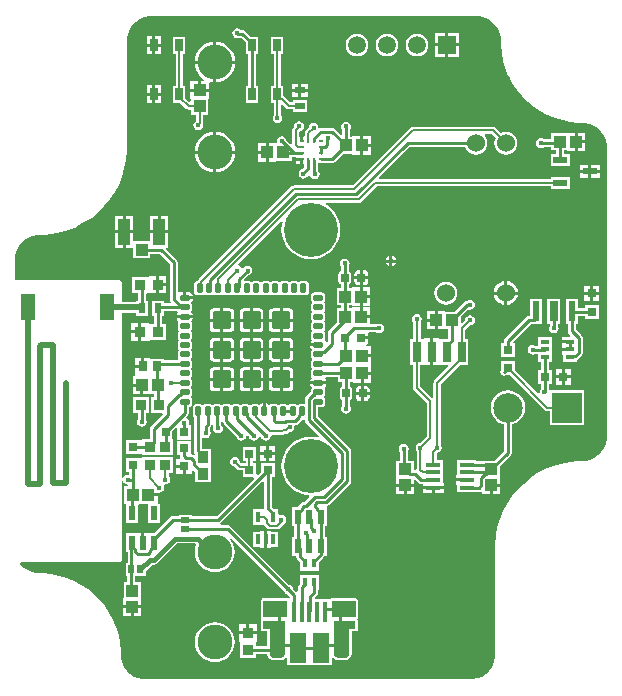
<source format=gtl>
G04*
G04 #@! TF.GenerationSoftware,Altium Limited,Altium Designer,21.6.1 (37)*
G04*
G04 Layer_Physical_Order=1*
G04 Layer_Color=255*
%FSLAX44Y44*%
%MOMM*%
G71*
G04*
G04 #@! TF.SameCoordinates,4F178BE9-AC55-4CEC-B3A2-6D2310684F74*
G04*
G04*
G04 #@! TF.FilePolarity,Positive*
G04*
G01*
G75*
%ADD13C,0.2540*%
%ADD16C,0.5080*%
%ADD17C,0.2032*%
%ADD20R,0.4000X1.7500*%
%ADD21R,1.4250X2.5000*%
G04:AMPARAMS|DCode=22|XSize=0.5mm|YSize=0.8mm|CornerRadius=0.1mm|HoleSize=0mm|Usage=FLASHONLY|Rotation=270.000|XOffset=0mm|YOffset=0mm|HoleType=Round|Shape=RoundedRectangle|*
%AMROUNDEDRECTD22*
21,1,0.5000,0.6000,0,0,270.0*
21,1,0.3000,0.8000,0,0,270.0*
1,1,0.2000,-0.3000,-0.1500*
1,1,0.2000,-0.3000,0.1500*
1,1,0.2000,0.3000,0.1500*
1,1,0.2000,0.3000,-0.1500*
%
%ADD22ROUNDEDRECTD22*%
G04:AMPARAMS|DCode=23|XSize=0.5mm|YSize=0.8mm|CornerRadius=0.1mm|HoleSize=0mm|Usage=FLASHONLY|Rotation=0.000|XOffset=0mm|YOffset=0mm|HoleType=Round|Shape=RoundedRectangle|*
%AMROUNDEDRECTD23*
21,1,0.5000,0.6000,0,0,0.0*
21,1,0.3000,0.8000,0,0,0.0*
1,1,0.2000,0.1500,-0.3000*
1,1,0.2000,-0.1500,-0.3000*
1,1,0.2000,-0.1500,0.3000*
1,1,0.2000,0.1500,0.3000*
%
%ADD23ROUNDEDRECTD23*%
G04:AMPARAMS|DCode=24|XSize=1.5mm|YSize=1.5mm|CornerRadius=0.075mm|HoleSize=0mm|Usage=FLASHONLY|Rotation=270.000|XOffset=0mm|YOffset=0mm|HoleType=Round|Shape=RoundedRectangle|*
%AMROUNDEDRECTD24*
21,1,1.5000,1.3500,0,0,270.0*
21,1,1.3500,1.5000,0,0,270.0*
1,1,0.1500,-0.6750,-0.6750*
1,1,0.1500,-0.6750,0.6750*
1,1,0.1500,0.6750,0.6750*
1,1,0.1500,0.6750,-0.6750*
%
%ADD24ROUNDEDRECTD24*%
%ADD25R,1.0500X1.0500*%
%ADD26R,0.7112X1.7780*%
%ADD27R,1.1500X0.6000*%
%ADD28R,0.8890X1.0160*%
G04:AMPARAMS|DCode=29|XSize=0.76mm|YSize=0.6604mm|CornerRadius=0.0825mm|HoleSize=0mm|Usage=FLASHONLY|Rotation=270.000|XOffset=0mm|YOffset=0mm|HoleType=Round|Shape=RoundedRectangle|*
%AMROUNDEDRECTD29*
21,1,0.7600,0.4953,0,0,270.0*
21,1,0.5949,0.6604,0,0,270.0*
1,1,0.1651,-0.2477,-0.2975*
1,1,0.1651,-0.2477,0.2975*
1,1,0.1651,0.2477,0.2975*
1,1,0.1651,0.2477,-0.2975*
%
%ADD29ROUNDEDRECTD29*%
%ADD30R,0.6096X1.7272*%
%ADD31R,0.7112X1.7272*%
%ADD32R,1.2700X0.3556*%
%ADD33R,0.4000X0.9000*%
%ADD34R,0.8000X0.7556*%
%ADD35R,0.7556X0.8000*%
%ADD36R,0.7874X0.3556*%
%ADD37R,1.0500X1.0500*%
%ADD38R,0.6000X0.8500*%
%ADD39R,0.4500X0.8000*%
%ADD40R,0.6000X1.2000*%
%ADD41R,0.2800X0.4100*%
%ADD42R,0.4100X0.2800*%
%ADD43R,0.9398X0.9652*%
%ADD44R,0.6500X1.0500*%
%ADD45R,1.0500X2.1999*%
%ADD46R,1.0000X1.0500*%
%ADD47R,0.9652X0.9398*%
%ADD48R,1.2000X2.2000*%
%ADD49R,0.7000X0.5000*%
%ADD50R,0.8500X0.6000*%
%ADD51R,0.5000X0.7000*%
%ADD52R,0.8000X0.9000*%
%ADD53R,2.0000X1.4600*%
%ADD97C,0.3810*%
%ADD98O,1.2000X1.7000*%
%ADD99O,1.0000X1.4000*%
%ADD100C,1.5240*%
%ADD101R,2.5000X2.5000*%
%ADD102C,2.5000*%
%ADD103C,1.5000*%
%ADD104R,1.5000X1.5000*%
%ADD105C,2.9500*%
%ADD106C,4.5720*%
%ADD107C,0.4064*%
G36*
X397283Y561381D02*
X401044Y559824D01*
X404428Y557562D01*
X407307Y554684D01*
X409568Y551299D01*
X411126Y547539D01*
X411920Y543546D01*
Y541511D01*
X411921Y541508D01*
X411920Y541504D01*
X412003Y538116D01*
X412008Y538106D01*
X412005Y538096D01*
X412669Y531351D01*
X412676Y531338D01*
X412673Y531324D01*
X413995Y524677D01*
X414003Y524665D01*
X414002Y524651D01*
X415969Y518166D01*
X415978Y518154D01*
Y518140D01*
X418572Y511879D01*
X418582Y511869D01*
X418583Y511854D01*
X421778Y505877D01*
X421789Y505868D01*
X421792Y505854D01*
X425557Y500219D01*
X425569Y500211D01*
X425573Y500197D01*
X429873Y494958D01*
X429885Y494952D01*
X429891Y494938D01*
X434683Y490146D01*
X434696Y490141D01*
X434703Y490128D01*
X439942Y485829D01*
X439955Y485824D01*
X439963Y485812D01*
X445598Y482047D01*
X445613Y482044D01*
X445622Y482033D01*
X451599Y478839D01*
X451613Y478837D01*
X451623Y478827D01*
X457884Y476233D01*
X457899D01*
X457910Y476224D01*
X464395Y474257D01*
X464410Y474258D01*
X464422Y474250D01*
X471069Y472928D01*
X471083Y472931D01*
X471095Y472924D01*
X477840Y472260D01*
X477850Y472263D01*
X477860Y472259D01*
X481249Y472176D01*
X481252Y472177D01*
X481255Y472176D01*
X483291Y472176D01*
X487283Y471381D01*
X491044Y469824D01*
X494428Y467562D01*
X497307Y464684D01*
X499568Y461299D01*
X501126Y457539D01*
X501920Y453546D01*
Y451511D01*
X501920Y206511D01*
Y204476D01*
X501126Y200483D01*
X499568Y196723D01*
X497307Y193338D01*
X494428Y190460D01*
X491044Y188199D01*
X487283Y186641D01*
X483291Y185847D01*
X481256D01*
X481252Y185845D01*
X481249Y185847D01*
X477615Y185757D01*
X477605Y185753D01*
X477595Y185756D01*
X470362Y185044D01*
X470349Y185037D01*
X470335Y185040D01*
X463207Y183622D01*
X463195Y183614D01*
X463181Y183615D01*
X456226Y181506D01*
X456214Y181496D01*
X456200D01*
X449485Y178715D01*
X449475Y178705D01*
X449461Y178704D01*
X443051Y175278D01*
X443042Y175266D01*
X443028Y175264D01*
X436985Y171226D01*
X436977Y171214D01*
X436963Y171210D01*
X431345Y166599D01*
X431338Y166586D01*
X431325Y166581D01*
X426186Y161442D01*
X426180Y161428D01*
X426168Y161422D01*
X421557Y155803D01*
X421553Y155790D01*
X421541Y155782D01*
X417503Y149739D01*
X417500Y149725D01*
X417489Y149715D01*
X414063Y143306D01*
X414062Y143291D01*
X414052Y143281D01*
X411270Y136567D01*
Y136552D01*
X411261Y136541D01*
X409151Y129586D01*
X409153Y129572D01*
X409145Y129560D01*
X407727Y122432D01*
X407730Y122418D01*
X407723Y122405D01*
X407010Y115172D01*
X407014Y115162D01*
X407009Y115152D01*
X406920Y111518D01*
X406921Y111515D01*
X406920Y111511D01*
X406920Y21511D01*
Y19476D01*
X406126Y15483D01*
X404568Y11723D01*
X402307Y8338D01*
X399428Y5460D01*
X396044Y3198D01*
X392283Y1641D01*
X388291Y847D01*
X386255Y847D01*
X109220D01*
X105228Y1641D01*
X101467Y3198D01*
X98083Y5460D01*
X95204Y8338D01*
X92943Y11723D01*
X91385Y15483D01*
X90591Y19476D01*
X90591Y21511D01*
X90590Y21514D01*
X90591Y21518D01*
X90508Y24906D01*
X90503Y24916D01*
X90507Y24927D01*
X89842Y31671D01*
X89836Y31684D01*
X89838Y31698D01*
X88516Y38345D01*
X88508Y38357D01*
X88510Y38371D01*
X86542Y44857D01*
X86533Y44868D01*
Y44882D01*
X83940Y51143D01*
X83929Y51154D01*
X83928Y51168D01*
X80733Y57145D01*
X80722Y57154D01*
X80719Y57168D01*
X76954Y62803D01*
X76942Y62811D01*
X76938Y62825D01*
X72639Y68064D01*
X72626Y68071D01*
X72621Y68084D01*
X67828Y72876D01*
X67815Y72881D01*
X67808Y72894D01*
X62569Y77194D01*
X62556Y77198D01*
X62548Y77210D01*
X56912Y80975D01*
X56898Y80978D01*
X56889Y80989D01*
X50912Y84184D01*
X50898Y84185D01*
X50888Y84195D01*
X44627Y86789D01*
X44612D01*
X44601Y86798D01*
X38116Y88765D01*
X38101Y88764D01*
X38090Y88772D01*
X31442Y90094D01*
X31428Y90091D01*
X31416Y90098D01*
X24671Y90762D01*
X24661Y90759D01*
X24651Y90763D01*
X21262Y90847D01*
X21259Y90845D01*
X21256Y90847D01*
X19220Y90847D01*
X15228Y91641D01*
X11467Y93198D01*
X8083Y95460D01*
X5204Y98338D01*
X4891Y98808D01*
X5489Y99928D01*
X89000D01*
X89793Y100086D01*
X90465Y100535D01*
X90914Y101207D01*
X91072Y102000D01*
Y168446D01*
X92342Y168571D01*
X92376Y168400D01*
X93274Y167056D01*
X94618Y166158D01*
X95891Y165905D01*
X96603Y165049D01*
X96797Y164665D01*
X96659Y164282D01*
X92968D01*
Y149718D01*
X93275D01*
X94468Y149532D01*
Y133468D01*
X104532D01*
Y148283D01*
X105802Y149253D01*
X105960Y149210D01*
Y149210D01*
X113468D01*
Y133468D01*
X123532D01*
Y149532D01*
X121540D01*
Y155730D01*
X113750D01*
Y158270D01*
X121558D01*
X122522Y159061D01*
X122971Y158972D01*
X124557Y159287D01*
X125901Y160185D01*
X126799Y161530D01*
X127114Y163115D01*
X126799Y164701D01*
X126722Y164816D01*
X127486Y165959D01*
X128000Y165856D01*
X129586Y166172D01*
X130930Y167070D01*
X131828Y168414D01*
X132144Y170000D01*
X131828Y171586D01*
X131108Y172664D01*
Y175649D01*
X134731D01*
Y189365D01*
X121269D01*
Y189365D01*
X108269D01*
Y188112D01*
X107032Y188032D01*
Y188032D01*
X94968D01*
Y176412D01*
X97633D01*
Y174846D01*
X96652Y174041D01*
X96204Y174130D01*
X94618Y173814D01*
X93274Y172916D01*
X92376Y171572D01*
X92342Y171401D01*
X91072Y171526D01*
Y311338D01*
X103468D01*
Y308718D01*
X113532D01*
Y321282D01*
X111867D01*
Y327371D01*
X112765Y328269D01*
X113067Y328269D01*
X114127Y327761D01*
X114425Y327761D01*
X120223D01*
Y335000D01*
Y342239D01*
X114425D01*
X114127Y342239D01*
X113067Y341731D01*
X112857Y341731D01*
X99649D01*
Y328269D01*
X105133D01*
Y321282D01*
X103468D01*
Y320662D01*
X91072D01*
Y337000D01*
X90914Y337793D01*
X90465Y338465D01*
X89793Y338914D01*
X89000Y339072D01*
X591D01*
Y358546D01*
X1385Y362539D01*
X2943Y366299D01*
X5204Y369684D01*
X8083Y372562D01*
X11467Y374824D01*
X15228Y376381D01*
X19220Y377175D01*
X21256D01*
X21259Y377177D01*
X21262Y377176D01*
X24896Y377265D01*
X24906Y377269D01*
X24917Y377266D01*
X32149Y377978D01*
X32162Y377985D01*
X32176Y377982D01*
X39304Y379400D01*
X39316Y379408D01*
X39331Y379407D01*
X46286Y381517D01*
X46297Y381526D01*
X46311D01*
X53026Y384307D01*
X53036Y384317D01*
X53050Y384319D01*
X59460Y387745D01*
X59469Y387756D01*
X59483Y387759D01*
X65526Y391796D01*
X65534Y391808D01*
X65548Y391813D01*
X71166Y396423D01*
X71173Y396436D01*
X71186Y396441D01*
X76325Y401581D01*
X76331Y401594D01*
X76343Y401601D01*
X80954Y407219D01*
X80958Y407233D01*
X80970Y407240D01*
X85008Y413284D01*
X85011Y413298D01*
X85022Y413307D01*
X88448Y419716D01*
X88449Y419731D01*
X88460Y419741D01*
X91241Y426456D01*
Y426470D01*
X91250Y426481D01*
X93360Y433436D01*
X93358Y433450D01*
X93366Y433462D01*
X94784Y440591D01*
X94781Y440605D01*
X94788Y440617D01*
X95501Y447850D01*
X95497Y447860D01*
X95502Y447870D01*
X95591Y451504D01*
X95590Y451508D01*
X95591Y451511D01*
X95591Y541511D01*
Y543546D01*
X96385Y547539D01*
X97943Y551299D01*
X100204Y554684D01*
X103083Y557562D01*
X106467Y559824D01*
X110228Y561381D01*
X114220Y562176D01*
X393291D01*
X397283Y561381D01*
D02*
G37*
%LPC*%
G36*
X376440Y548040D02*
X367670D01*
Y539270D01*
X376440D01*
Y548040D01*
D02*
G37*
G36*
X365130D02*
X356360D01*
Y539270D01*
X365130D01*
Y548040D01*
D02*
G37*
G36*
X124040Y545540D02*
X119520D01*
Y539020D01*
X124040D01*
Y545540D01*
D02*
G37*
G36*
X116980D02*
X112460D01*
Y539020D01*
X116980D01*
Y545540D01*
D02*
G37*
G36*
X124040Y536480D02*
X119520D01*
Y529960D01*
X124040D01*
Y536480D01*
D02*
G37*
G36*
X116980D02*
X112460D01*
Y529960D01*
X116980D01*
Y536480D01*
D02*
G37*
G36*
X341000Y547614D02*
X338512Y547287D01*
X336193Y546326D01*
X334202Y544798D01*
X332674Y542807D01*
X331713Y540488D01*
X331386Y538000D01*
X331713Y535512D01*
X332674Y533193D01*
X334202Y531202D01*
X336193Y529674D01*
X338512Y528713D01*
X341000Y528386D01*
X343488Y528713D01*
X345807Y529674D01*
X347798Y531202D01*
X349326Y533193D01*
X350287Y535512D01*
X350614Y538000D01*
X350287Y540488D01*
X349326Y542807D01*
X347798Y544798D01*
X345807Y546326D01*
X343488Y547287D01*
X341000Y547614D01*
D02*
G37*
G36*
X315600D02*
X313112Y547287D01*
X310793Y546326D01*
X308802Y544798D01*
X307274Y542807D01*
X306313Y540488D01*
X305986Y538000D01*
X306313Y535512D01*
X307274Y533193D01*
X308802Y531202D01*
X310793Y529674D01*
X313112Y528713D01*
X315600Y528386D01*
X318088Y528713D01*
X320407Y529674D01*
X322398Y531202D01*
X323926Y533193D01*
X324887Y535512D01*
X325214Y538000D01*
X324887Y540488D01*
X323926Y542807D01*
X322398Y544798D01*
X320407Y546326D01*
X318088Y547287D01*
X315600Y547614D01*
D02*
G37*
G36*
X290200D02*
X287712Y547287D01*
X285393Y546326D01*
X283402Y544798D01*
X281874Y542807D01*
X280913Y540488D01*
X280586Y538000D01*
X280913Y535512D01*
X281874Y533193D01*
X283402Y531202D01*
X285393Y529674D01*
X287712Y528713D01*
X290200Y528386D01*
X292688Y528713D01*
X295007Y529674D01*
X296998Y531202D01*
X298526Y533193D01*
X299487Y535512D01*
X299814Y538000D01*
X299487Y540488D01*
X298526Y542807D01*
X296998Y544798D01*
X295007Y546326D01*
X292688Y547287D01*
X290200Y547614D01*
D02*
G37*
G36*
X376440Y536730D02*
X367670D01*
Y527960D01*
X376440D01*
Y536730D01*
D02*
G37*
G36*
X365130D02*
X356360D01*
Y527960D01*
X365130D01*
Y536730D01*
D02*
G37*
G36*
X171270Y540799D02*
Y524820D01*
X187249D01*
X187040Y526939D01*
X186051Y530199D01*
X184446Y533202D01*
X182285Y535835D01*
X179652Y537996D01*
X176649Y539601D01*
X173390Y540590D01*
X171270Y540799D01*
D02*
G37*
G36*
X168730Y540799D02*
X166611Y540590D01*
X163352Y539601D01*
X160348Y537996D01*
X157715Y535835D01*
X155555Y533202D01*
X153949Y530199D01*
X152960Y526939D01*
X152752Y524820D01*
X168730D01*
Y540799D01*
D02*
G37*
G36*
Y522280D02*
X152752D01*
X152960Y520161D01*
X153949Y516901D01*
X155555Y513898D01*
X157715Y511265D01*
X160348Y509104D01*
X160970Y508772D01*
X160661Y507540D01*
X158270D01*
Y501020D01*
X164790D01*
Y505997D01*
X165810Y506753D01*
X166611Y506510D01*
X168730Y506301D01*
Y522280D01*
D02*
G37*
G36*
X187249D02*
X171270D01*
Y506301D01*
X173390Y506510D01*
X176649Y507499D01*
X179652Y509104D01*
X182285Y511265D01*
X184446Y513898D01*
X186051Y516901D01*
X187040Y520161D01*
X187249Y522280D01*
D02*
G37*
G36*
X155730Y507540D02*
X149210D01*
Y501020D01*
X155730D01*
Y507540D01*
D02*
G37*
G36*
X248790Y505040D02*
X243270D01*
Y500770D01*
X248790D01*
Y505040D01*
D02*
G37*
G36*
X240730D02*
X235210D01*
Y500770D01*
X240730D01*
Y505040D01*
D02*
G37*
G36*
X124040Y504040D02*
X119520D01*
Y497520D01*
X124040D01*
Y504040D01*
D02*
G37*
G36*
X116980D02*
X112460D01*
Y497520D01*
X116980D01*
Y504040D01*
D02*
G37*
G36*
X248790Y498230D02*
X243270D01*
Y493960D01*
X248790D01*
Y498230D01*
D02*
G37*
G36*
X240730D02*
X235210D01*
Y493960D01*
X240730D01*
Y498230D01*
D02*
G37*
G36*
X189000Y552144D02*
X187414Y551828D01*
X186070Y550930D01*
X185172Y549586D01*
X184856Y548000D01*
X185172Y546414D01*
X186070Y545070D01*
X187414Y544172D01*
X189000Y543856D01*
X190586Y544172D01*
X190840Y544342D01*
X191897D01*
X195968Y540271D01*
Y530468D01*
X197883D01*
Y503532D01*
X195968D01*
Y488968D01*
X206532D01*
Y503532D01*
X204617D01*
Y530468D01*
X206532D01*
Y545032D01*
X200729D01*
X195672Y550089D01*
X194580Y550819D01*
X193292Y551075D01*
X191713D01*
X190586Y551828D01*
X189000Y552144D01*
D02*
G37*
G36*
X124040Y494980D02*
X119520D01*
Y488460D01*
X124040D01*
Y494980D01*
D02*
G37*
G36*
X116980D02*
X112460D01*
Y488460D01*
X116980D01*
Y494980D01*
D02*
G37*
G36*
X228032Y545032D02*
X217468D01*
Y530468D01*
X219642D01*
Y503532D01*
X217468D01*
Y488968D01*
X219892D01*
Y478664D01*
X219172Y477586D01*
X218856Y476000D01*
X219172Y474414D01*
X220070Y473070D01*
X221414Y472172D01*
X223000Y471856D01*
X224586Y472172D01*
X225930Y473070D01*
X226828Y474414D01*
X227144Y476000D01*
X226828Y477586D01*
X226108Y478664D01*
Y486838D01*
X227281Y487324D01*
X230303Y484302D01*
X231311Y483629D01*
X232500Y483392D01*
X235718D01*
Y481468D01*
X248282D01*
Y491532D01*
X235718D01*
Y489608D01*
X233787D01*
X229181Y494213D01*
X228173Y494887D01*
X228032Y494915D01*
Y503532D01*
X225858D01*
Y530468D01*
X228032D01*
Y545032D01*
D02*
G37*
G36*
X145032D02*
X134468D01*
Y530468D01*
X136642D01*
Y503532D01*
X134468D01*
Y488968D01*
X140637D01*
X145553Y484053D01*
X146561Y483379D01*
X147750Y483142D01*
X149718D01*
Y478968D01*
X153892D01*
Y473479D01*
X153070Y472930D01*
X152172Y471586D01*
X151856Y470000D01*
X152172Y468414D01*
X153070Y467070D01*
X154414Y466172D01*
X156000Y465856D01*
X157586Y466172D01*
X158930Y467070D01*
X159828Y468414D01*
X160144Y470000D01*
X159972Y470865D01*
X160108Y471550D01*
Y478968D01*
X164282D01*
Y491960D01*
X164790D01*
Y498480D01*
X157000D01*
X149210D01*
Y491960D01*
X149718D01*
Y490473D01*
X148448Y489947D01*
X145032Y493363D01*
Y503532D01*
X142858D01*
Y530468D01*
X145032D01*
Y545032D01*
D02*
G37*
G36*
X474480Y463790D02*
X467960D01*
Y463282D01*
X454968D01*
Y458367D01*
X448276D01*
X447586Y458828D01*
X446000Y459144D01*
X444414Y458828D01*
X443070Y457930D01*
X442172Y456586D01*
X441856Y455000D01*
X442172Y453414D01*
X443070Y452070D01*
X444414Y451172D01*
X446000Y450856D01*
X447586Y451172D01*
X448276Y451633D01*
X454968D01*
Y448718D01*
X458883D01*
Y445532D01*
X454718D01*
Y435468D01*
X470282D01*
Y445532D01*
X465617D01*
Y448718D01*
X467960D01*
Y448210D01*
X474480D01*
Y456000D01*
Y463790D01*
D02*
G37*
G36*
X483540D02*
X477020D01*
Y457270D01*
X483540D01*
Y463790D01*
D02*
G37*
G36*
X241221Y473364D02*
X239635Y473049D01*
X238291Y472151D01*
X237393Y470806D01*
X237077Y469221D01*
X237127Y468972D01*
X236054Y467900D01*
X235381Y466891D01*
X235144Y465702D01*
Y455505D01*
X235032Y454282D01*
X233621Y454282D01*
X230561Y457342D01*
X230399Y458156D01*
X229501Y459501D01*
X228156Y460399D01*
X226571Y460714D01*
X224985Y460399D01*
X223641Y459501D01*
X222743Y458156D01*
X222427Y456571D01*
X222573Y455839D01*
X221486Y454790D01*
X215520D01*
Y447000D01*
Y439210D01*
X222040D01*
Y439718D01*
X235032D01*
Y442983D01*
X238760D01*
Y442620D01*
X243350D01*
Y441350D01*
X244620D01*
Y437410D01*
X245568D01*
Y436618D01*
X245633D01*
Y434656D01*
X243902Y432925D01*
X243414Y432828D01*
X242070Y431930D01*
X241172Y430586D01*
X240856Y429000D01*
X241172Y427414D01*
X242070Y426070D01*
X243414Y425172D01*
X245000Y424856D01*
X246586Y425172D01*
X247930Y426070D01*
X248828Y427414D01*
X248859Y427568D01*
X249280Y427778D01*
X250715Y427074D01*
X250731Y426997D01*
X251629Y425653D01*
X252973Y424754D01*
X254559Y424439D01*
X256145Y424754D01*
X257489Y425653D01*
X258387Y426997D01*
X258703Y428582D01*
X258387Y430168D01*
X257489Y431512D01*
X257367Y431594D01*
Y436618D01*
X257432D01*
Y437918D01*
X263732D01*
Y437983D01*
X269080D01*
X270368Y438240D01*
X271461Y438969D01*
X278209Y445718D01*
X286440D01*
Y445210D01*
X292960D01*
Y453000D01*
Y460790D01*
X286440D01*
Y460282D01*
X284367D01*
Y466724D01*
X284828Y467414D01*
X285144Y469000D01*
X284828Y470586D01*
X283930Y471930D01*
X282586Y472828D01*
X281000Y473144D01*
X279414Y472828D01*
X278070Y471930D01*
X277172Y470586D01*
X276856Y469000D01*
X277172Y467414D01*
X277633Y466724D01*
Y462517D01*
X276460Y462031D01*
X271777Y466715D01*
X270684Y467444D01*
X269396Y467701D01*
X259514D01*
X258853Y467569D01*
X257935Y467896D01*
X257543Y468505D01*
X257328Y469586D01*
X256430Y470930D01*
X255086Y471828D01*
X253500Y472144D01*
X251914Y471828D01*
X250570Y470930D01*
X249672Y469586D01*
X249419Y468314D01*
X246803Y465698D01*
X246129Y464689D01*
X245892Y463500D01*
Y461082D01*
X245568D01*
Y460290D01*
X244620D01*
Y456350D01*
X242080D01*
Y460290D01*
X241360D01*
Y464415D01*
X242221Y465276D01*
X242806Y465392D01*
X244151Y466291D01*
X245049Y467635D01*
X245364Y469221D01*
X245049Y470806D01*
X244151Y472151D01*
X242806Y473049D01*
X241221Y473364D01*
D02*
G37*
G36*
X302020Y460790D02*
X295500D01*
Y454270D01*
X302020D01*
Y460790D01*
D02*
G37*
G36*
X171270Y464599D02*
Y448620D01*
X187249D01*
X187040Y450739D01*
X186051Y453999D01*
X184446Y457002D01*
X182285Y459635D01*
X179652Y461796D01*
X176649Y463401D01*
X173390Y464390D01*
X171270Y464599D01*
D02*
G37*
G36*
X168730Y464599D02*
X166611Y464390D01*
X163352Y463401D01*
X160348Y461796D01*
X157715Y459635D01*
X155555Y457002D01*
X153949Y453999D01*
X152960Y450739D01*
X152752Y448620D01*
X168730D01*
Y464599D01*
D02*
G37*
G36*
X212980Y454790D02*
X206460D01*
Y448270D01*
X212980D01*
Y454790D01*
D02*
G37*
G36*
X483540Y454730D02*
X477020D01*
Y448210D01*
X483540D01*
Y454730D01*
D02*
G37*
G36*
X405732Y468776D02*
X337668D01*
X336479Y468539D01*
X335471Y467865D01*
X286757Y419152D01*
X236991D01*
X235802Y418915D01*
X234794Y418242D01*
X156286Y339734D01*
X155613Y338726D01*
X155486Y338089D01*
X154317Y337856D01*
X153314Y337186D01*
X152644Y336183D01*
X152409Y335000D01*
Y329000D01*
X152644Y327817D01*
X153314Y326814D01*
X154317Y326144D01*
X155500Y325909D01*
X158500D01*
X159683Y326144D01*
X160686Y326814D01*
X161314D01*
X162317Y326144D01*
X163500Y325909D01*
X166500D01*
X167683Y326144D01*
X168686Y326814D01*
X169314D01*
X170317Y326144D01*
X171500Y325909D01*
X174500D01*
X175683Y326144D01*
X176686Y326814D01*
X177314D01*
X178317Y326144D01*
X179500Y325909D01*
X182500D01*
X183683Y326144D01*
X184064Y326399D01*
X185000Y326710D01*
X185936Y326399D01*
X186317Y326144D01*
X187500Y325909D01*
X190500D01*
X191683Y326144D01*
X192064Y326399D01*
X193000Y326710D01*
X193936Y326399D01*
X194317Y326144D01*
X195500Y325909D01*
X198500D01*
X199683Y326144D01*
X200064Y326399D01*
X201000Y326710D01*
X201936Y326399D01*
X202317Y326144D01*
X203500Y325909D01*
X206500D01*
X207683Y326144D01*
X208064Y326399D01*
X209000Y326710D01*
X209936Y326399D01*
X210317Y326144D01*
X211500Y325909D01*
X214500D01*
X215683Y326144D01*
X216064Y326399D01*
X217000Y326710D01*
X217936Y326399D01*
X218317Y326144D01*
X219500Y325909D01*
X222500D01*
X223683Y326144D01*
X224064Y326399D01*
X225000Y326710D01*
X225936Y326399D01*
X226317Y326144D01*
X227500Y325909D01*
X230500D01*
X231683Y326144D01*
X232064Y326399D01*
X233000Y326710D01*
X233936Y326399D01*
X234317Y326144D01*
X235500Y325909D01*
X238500D01*
X239683Y326144D01*
X240064Y326399D01*
X241000Y326710D01*
X241936Y326399D01*
X242317Y326144D01*
X243500Y325909D01*
X246500D01*
X247683Y326144D01*
X248686Y326814D01*
X249356Y327817D01*
X249591Y329000D01*
Y335000D01*
X249356Y336183D01*
X248686Y337186D01*
X247683Y337856D01*
X246500Y338091D01*
X243500D01*
X242317Y337856D01*
X241936Y337601D01*
X241000Y337290D01*
X240064Y337601D01*
X239683Y337856D01*
X238500Y338091D01*
X235500D01*
X234317Y337856D01*
X233936Y337601D01*
X233000Y337290D01*
X232064Y337601D01*
X231683Y337856D01*
X230500Y338091D01*
X227500D01*
X226317Y337856D01*
X225936Y337601D01*
X225000Y337290D01*
X224064Y337601D01*
X223683Y337856D01*
X222500Y338091D01*
X219500D01*
X218317Y337856D01*
X217936Y337601D01*
X217000Y337290D01*
X216064Y337601D01*
X215683Y337856D01*
X214500Y338091D01*
X211500D01*
X210317Y337856D01*
X209936Y337601D01*
X209000Y337290D01*
X208064Y337601D01*
X207683Y337856D01*
X206500Y338091D01*
X203500D01*
X202317Y337856D01*
X201936Y337601D01*
X201000Y337290D01*
X200064Y337601D01*
X199683Y337856D01*
X198500Y338091D01*
X195500D01*
X195269Y338045D01*
X194643Y339216D01*
X198437Y343010D01*
X199252Y343172D01*
X200596Y344070D01*
X201494Y345414D01*
X201810Y347000D01*
X201494Y348586D01*
X200596Y349930D01*
X199252Y350828D01*
X197666Y351144D01*
X196080Y350828D01*
X194736Y349930D01*
X194039Y348886D01*
X193696Y348801D01*
X192970D01*
X192627Y348886D01*
X191930Y349930D01*
X190586Y350828D01*
X190247Y350896D01*
X189829Y352274D01*
X226154Y388598D01*
X227243Y387945D01*
X226768Y386380D01*
X226288Y381500D01*
X226768Y376620D01*
X228192Y371928D01*
X230503Y367604D01*
X233613Y363814D01*
X237404Y360703D01*
X241728Y358391D01*
X246420Y356968D01*
X251300Y356488D01*
X256180Y356968D01*
X260872Y358391D01*
X265196Y360703D01*
X268986Y363814D01*
X272097Y367604D01*
X274408Y371928D01*
X275832Y376620D01*
X276313Y381500D01*
X275832Y386380D01*
X274408Y391072D01*
X272097Y395396D01*
X268986Y399187D01*
X265196Y402297D01*
X263753Y403068D01*
X264062Y404300D01*
X291621D01*
X292810Y404537D01*
X293819Y405210D01*
X307000Y418392D01*
X454718D01*
Y416468D01*
X470282D01*
Y426532D01*
X454718D01*
Y424608D01*
X309135D01*
X308649Y425781D01*
X334501Y451633D01*
X381947D01*
X382569Y450132D01*
X384116Y448116D01*
X386132Y446569D01*
X388480Y445596D01*
X391000Y445265D01*
X393520Y445596D01*
X395868Y446569D01*
X397884Y448116D01*
X399431Y450132D01*
X400404Y452480D01*
X400735Y455000D01*
X400404Y457520D01*
X399431Y459868D01*
X398339Y461290D01*
X398966Y462560D01*
X404445D01*
X407725Y459280D01*
X406996Y457520D01*
X406665Y455000D01*
X406996Y452480D01*
X407969Y450132D01*
X409516Y448116D01*
X411532Y446569D01*
X413880Y445596D01*
X416400Y445265D01*
X418920Y445596D01*
X421268Y446569D01*
X423284Y448116D01*
X424831Y450132D01*
X425804Y452480D01*
X426135Y455000D01*
X425804Y457520D01*
X424831Y459868D01*
X423284Y461884D01*
X421268Y463431D01*
X418920Y464404D01*
X416400Y464735D01*
X413880Y464404D01*
X412120Y463675D01*
X407929Y467865D01*
X406921Y468539D01*
X405732Y468776D01*
D02*
G37*
G36*
X302020Y451730D02*
X295500D01*
Y445210D01*
X302020D01*
Y451730D01*
D02*
G37*
G36*
X212980Y445730D02*
X206460D01*
Y439210D01*
X212980D01*
Y445730D01*
D02*
G37*
G36*
X242080Y440080D02*
X238760D01*
Y437410D01*
X242080D01*
Y440080D01*
D02*
G37*
G36*
X495790Y436540D02*
X488770D01*
Y432270D01*
X495790D01*
Y436540D01*
D02*
G37*
G36*
X486230D02*
X479210D01*
Y432270D01*
X486230D01*
Y436540D01*
D02*
G37*
G36*
X168730Y446080D02*
X152752D01*
X152960Y443961D01*
X153949Y440701D01*
X155555Y437698D01*
X157715Y435065D01*
X160348Y432904D01*
X163352Y431299D01*
X166611Y430310D01*
X168730Y430102D01*
Y446080D01*
D02*
G37*
G36*
X187249D02*
X171270D01*
Y430101D01*
X173390Y430310D01*
X176649Y431299D01*
X179652Y432904D01*
X182285Y435065D01*
X184446Y437698D01*
X186051Y440701D01*
X187040Y443961D01*
X187249Y446080D01*
D02*
G37*
G36*
X495790Y429730D02*
X488770D01*
Y425460D01*
X495790D01*
Y429730D01*
D02*
G37*
G36*
X486230D02*
X479210D01*
Y425460D01*
X486230D01*
Y429730D01*
D02*
G37*
G36*
X130540Y393540D02*
X124020D01*
Y381270D01*
X130540D01*
Y393540D01*
D02*
G37*
G36*
X101040D02*
X94520D01*
Y381270D01*
X101040D01*
Y393540D01*
D02*
G37*
G36*
X121480D02*
X114960D01*
Y381270D01*
X121480D01*
Y393540D01*
D02*
G37*
G36*
X91980D02*
X85460D01*
Y381270D01*
X91980D01*
Y393540D01*
D02*
G37*
G36*
X122750Y380000D02*
D01*
Y378730D01*
X114960D01*
Y372032D01*
X101040D01*
Y378730D01*
X94520D01*
Y366460D01*
X100968D01*
Y357468D01*
X115032D01*
Y361383D01*
X122856D01*
X131633Y352606D01*
Y322916D01*
X131890Y321628D01*
X132552Y320637D01*
X132412Y320034D01*
X132135Y319367D01*
X126532D01*
Y321282D01*
X116468D01*
Y308718D01*
X118133D01*
Y301731D01*
X114933Y301731D01*
X113873Y302239D01*
X113575Y302239D01*
X107777D01*
Y295000D01*
Y287761D01*
X113575D01*
X113873Y287761D01*
X114933Y288269D01*
X115143Y288269D01*
X128351D01*
Y301731D01*
X124867D01*
Y308718D01*
X126532D01*
Y312633D01*
X137809D01*
X138488Y311363D01*
X138165Y310881D01*
X137891Y309500D01*
Y309270D01*
X144500D01*
X151109D01*
Y309500D01*
X150835Y310881D01*
X150052Y312052D01*
X150356Y313317D01*
X150591Y314500D01*
Y317500D01*
X150356Y318683D01*
X150052Y319948D01*
X150835Y321119D01*
X151109Y322500D01*
Y322730D01*
X144500D01*
Y324000D01*
X143230D01*
Y329109D01*
X141500D01*
X140119Y328835D01*
X139637Y328512D01*
X138367Y329191D01*
Y354000D01*
X138110Y355288D01*
X137381Y356381D01*
X128474Y365287D01*
X128960Y366460D01*
X130540D01*
Y378730D01*
X122750D01*
Y380000D01*
D02*
G37*
G36*
X91980Y378730D02*
X85460D01*
Y366460D01*
X91980D01*
Y378730D01*
D02*
G37*
G36*
X320270Y359409D02*
Y356270D01*
X323409D01*
X323307Y356784D01*
X322296Y358296D01*
X320784Y359307D01*
X320270Y359409D01*
D02*
G37*
G36*
X317730D02*
X317216Y359307D01*
X315704Y358296D01*
X314693Y356784D01*
X314591Y356270D01*
X317730D01*
Y359409D01*
D02*
G37*
G36*
X323409Y353730D02*
X320270D01*
Y350591D01*
X320784Y350693D01*
X322296Y351704D01*
X323307Y353216D01*
X323409Y353730D01*
D02*
G37*
G36*
X317730D02*
X314591D01*
X314693Y353216D01*
X315704Y351704D01*
X317216Y350693D01*
X317730Y350591D01*
Y353730D01*
D02*
G37*
G36*
X296476Y347406D02*
X295270D01*
Y342270D01*
X299908D01*
Y343974D01*
X299647Y345288D01*
X298903Y346401D01*
X297790Y347145D01*
X296476Y347406D01*
D02*
G37*
G36*
X292730D02*
X291523D01*
X290210Y347145D01*
X289097Y346401D01*
X288353Y345288D01*
X288092Y343974D01*
Y342270D01*
X292730D01*
Y347406D01*
D02*
G37*
G36*
X122763Y342239D02*
Y336270D01*
X128859D01*
Y342239D01*
X122763D01*
D02*
G37*
G36*
X299908Y339730D02*
X295270D01*
Y334594D01*
X296476D01*
X297790Y334855D01*
X298903Y335599D01*
X299647Y336712D01*
X299908Y338026D01*
Y339730D01*
D02*
G37*
G36*
X292730D02*
X288092D01*
Y338026D01*
X288353Y336712D01*
X289097Y335599D01*
X290210Y334855D01*
X291523Y334594D01*
X292730D01*
Y339730D01*
D02*
G37*
G36*
X417670Y338080D02*
Y329270D01*
X426480D01*
X426298Y330652D01*
X425275Y333124D01*
X423646Y335246D01*
X421524Y336875D01*
X419052Y337898D01*
X417670Y338080D01*
D02*
G37*
G36*
X415130Y338080D02*
X413748Y337898D01*
X411276Y336875D01*
X409154Y335246D01*
X407525Y333124D01*
X406502Y330652D01*
X406320Y329270D01*
X415130D01*
Y338080D01*
D02*
G37*
G36*
X495540Y334096D02*
X490270D01*
Y329048D01*
X495540D01*
Y334096D01*
D02*
G37*
G36*
X487730D02*
X482460D01*
Y329048D01*
X487730D01*
Y334096D01*
D02*
G37*
G36*
X128859Y333730D02*
X122763D01*
Y327761D01*
X128859D01*
Y333730D01*
D02*
G37*
G36*
X301540Y332790D02*
X295020D01*
Y326270D01*
X301540D01*
Y332790D01*
D02*
G37*
G36*
X147500Y329109D02*
X145770D01*
Y325270D01*
X151109D01*
Y325500D01*
X150835Y326881D01*
X150052Y328052D01*
X148881Y328835D01*
X147500Y329109D01*
D02*
G37*
G36*
X495540Y326508D02*
X490270D01*
Y321460D01*
X495540D01*
Y326508D01*
D02*
G37*
G36*
X487730D02*
X482460D01*
Y321460D01*
X487730D01*
Y326508D01*
D02*
G37*
G36*
X365600Y337735D02*
X363080Y337404D01*
X360732Y336431D01*
X358716Y334884D01*
X357169Y332868D01*
X356196Y330520D01*
X355865Y328000D01*
X356196Y325480D01*
X357169Y323132D01*
X358716Y321116D01*
X360732Y319569D01*
X363080Y318596D01*
X365600Y318265D01*
X368120Y318596D01*
X370468Y319569D01*
X372484Y321116D01*
X374031Y323132D01*
X375004Y325480D01*
X375335Y328000D01*
X375004Y330520D01*
X374031Y332868D01*
X372484Y334884D01*
X370468Y336431D01*
X368120Y337404D01*
X365600Y337735D01*
D02*
G37*
G36*
X426480Y326730D02*
X417670D01*
Y317920D01*
X419052Y318102D01*
X421524Y319125D01*
X423646Y320754D01*
X425275Y322876D01*
X426298Y325348D01*
X426480Y326730D01*
D02*
G37*
G36*
X415130D02*
X406320D01*
X406502Y325348D01*
X407525Y322876D01*
X409154Y320754D01*
X411276Y319125D01*
X413748Y318102D01*
X415130Y317920D01*
Y326730D01*
D02*
G37*
G36*
X301540Y323730D02*
X295020D01*
Y317210D01*
X301540D01*
Y323730D01*
D02*
G37*
G36*
X386000Y322144D02*
X384414Y321828D01*
X383215Y321027D01*
X382170Y320819D01*
X381078Y320089D01*
X373271Y312282D01*
X365040D01*
Y312790D01*
X358520D01*
Y305000D01*
Y297210D01*
X365040D01*
Y297718D01*
X367383D01*
Y290266D01*
X366199Y289082D01*
X361016D01*
X360806Y289082D01*
X359746Y289590D01*
X359702Y289590D01*
X354920D01*
Y278160D01*
Y266730D01*
X359702D01*
X359746Y266730D01*
X360806Y267238D01*
X361016Y267238D01*
X367408D01*
X367894Y266065D01*
X355802Y253974D01*
X355129Y252965D01*
X354892Y251776D01*
Y239859D01*
X353622Y239333D01*
X344058Y248898D01*
Y267238D01*
X346284D01*
X346494Y267238D01*
X347554Y266730D01*
X347598Y266730D01*
X352380D01*
Y278160D01*
Y289590D01*
X347598D01*
X347554Y289590D01*
X346494Y289082D01*
X346284Y289082D01*
X344108D01*
Y303336D01*
X344828Y304414D01*
X345144Y306000D01*
X344828Y307586D01*
X343930Y308930D01*
X342586Y309828D01*
X341000Y310144D01*
X339414Y309828D01*
X338070Y308930D01*
X337172Y307586D01*
X336856Y306000D01*
X337172Y304414D01*
X337892Y303336D01*
Y289082D01*
X335362D01*
Y267238D01*
X337842D01*
Y247610D01*
X338079Y246421D01*
X338753Y245413D01*
X349190Y234975D01*
Y206585D01*
X343686Y201081D01*
X342414Y200828D01*
X341070Y199930D01*
X340172Y198586D01*
X339856Y197000D01*
X340172Y195414D01*
X340892Y194336D01*
Y179206D01*
X339796Y178171D01*
X339658Y178137D01*
X338282D01*
Y186032D01*
X333367D01*
Y193724D01*
X333828Y194414D01*
X334144Y196000D01*
X333828Y197586D01*
X332930Y198930D01*
X331586Y199828D01*
X330000Y200144D01*
X328414Y199828D01*
X327070Y198930D01*
X326172Y197586D01*
X325856Y196000D01*
X326172Y194414D01*
X326633Y193724D01*
Y186032D01*
X323718D01*
Y173040D01*
X323210D01*
Y166520D01*
X331000D01*
X338790D01*
Y169319D01*
X339963Y169806D01*
X342399Y167369D01*
X343492Y166640D01*
X344780Y166383D01*
X346050D01*
Y164520D01*
X363830D01*
Y167568D01*
X363322D01*
Y178940D01*
Y186560D01*
X358048D01*
Y192103D01*
X359000Y193055D01*
X359586Y193172D01*
X360930Y194070D01*
X361828Y195414D01*
X362144Y197000D01*
X361828Y198586D01*
X361108Y199664D01*
Y250489D01*
X377857Y267238D01*
X384638D01*
Y289082D01*
X382158D01*
Y296763D01*
X386314Y300919D01*
X387586Y301172D01*
X388930Y302070D01*
X389828Y303414D01*
X390144Y305000D01*
X389828Y306586D01*
X388930Y307930D01*
X387586Y308828D01*
X386000Y309144D01*
X384414Y308828D01*
X383070Y307930D01*
X382172Y306586D01*
X381919Y305314D01*
X379205Y302600D01*
X378032Y303086D01*
Y307521D01*
X384638Y314127D01*
X386000Y313856D01*
X387586Y314172D01*
X388930Y315070D01*
X389828Y316414D01*
X390144Y318000D01*
X389828Y319586D01*
X388930Y320930D01*
X387586Y321828D01*
X386000Y322144D01*
D02*
G37*
G36*
X301540Y315790D02*
X295020D01*
Y309270D01*
X301540D01*
Y315790D01*
D02*
G37*
G36*
X477080Y323332D02*
X466920D01*
Y301996D01*
X468633D01*
Y295807D01*
X468890Y294518D01*
X469619Y293426D01*
X470800Y292246D01*
X470314Y291072D01*
X464191D01*
Y288024D01*
X470668D01*
Y285484D01*
X464191D01*
Y282436D01*
Y281524D01*
X470668D01*
Y278984D01*
X464191D01*
Y275936D01*
X464699D01*
Y269944D01*
X476637D01*
Y271344D01*
X477441Y271882D01*
X480287Y274728D01*
X481017Y275820D01*
X481273Y277109D01*
Y289900D01*
X481017Y291189D01*
X480287Y292281D01*
X475367Y297201D01*
Y301996D01*
X477080D01*
Y308855D01*
X482968D01*
Y306412D01*
X495032D01*
Y318032D01*
X482968D01*
Y315589D01*
X477080D01*
Y323332D01*
D02*
G37*
G36*
X232750Y315104D02*
X227270D01*
Y306270D01*
X236105D01*
Y311750D01*
X235849Y313034D01*
X235122Y314122D01*
X234034Y314849D01*
X232750Y315104D01*
D02*
G37*
G36*
X207750D02*
X202270D01*
Y306270D01*
X211105D01*
Y311750D01*
X210849Y313034D01*
X210122Y314122D01*
X209034Y314849D01*
X207750Y315104D01*
D02*
G37*
G36*
X182750D02*
X177270D01*
Y306270D01*
X186105D01*
Y311750D01*
X185849Y313034D01*
X185122Y314122D01*
X184034Y314849D01*
X182750Y315104D01*
D02*
G37*
G36*
X224730D02*
X219250D01*
X217966Y314849D01*
X216878Y314122D01*
X216151Y313034D01*
X215896Y311750D01*
Y306270D01*
X224730D01*
Y315104D01*
D02*
G37*
G36*
X199730D02*
X194250D01*
X192966Y314849D01*
X191878Y314122D01*
X191151Y313034D01*
X190896Y311750D01*
Y306270D01*
X199730D01*
Y315104D01*
D02*
G37*
G36*
X174730D02*
X169250D01*
X167966Y314849D01*
X166878Y314122D01*
X166151Y313034D01*
X165896Y311750D01*
Y306270D01*
X174730D01*
Y315104D01*
D02*
G37*
G36*
X355980Y312790D02*
X349460D01*
Y306270D01*
X355980D01*
Y312790D01*
D02*
G37*
G36*
Y303730D02*
X349460D01*
Y297210D01*
X355980D01*
Y303730D01*
D02*
G37*
G36*
X105237Y302239D02*
X99141D01*
Y296270D01*
X105237D01*
Y302239D01*
D02*
G37*
G36*
X236105Y303730D02*
X227270D01*
Y294895D01*
X232750D01*
X234034Y295151D01*
X235122Y295878D01*
X235849Y296966D01*
X236105Y298250D01*
Y303730D01*
D02*
G37*
G36*
X224730D02*
X215896D01*
Y298250D01*
X216151Y296966D01*
X216878Y295878D01*
X217966Y295151D01*
X219250Y294895D01*
X224730D01*
Y303730D01*
D02*
G37*
G36*
X211105D02*
X202270D01*
Y294895D01*
X207750D01*
X209034Y295151D01*
X210122Y295878D01*
X210849Y296966D01*
X211105Y298250D01*
Y303730D01*
D02*
G37*
G36*
X199730D02*
X190896D01*
Y298250D01*
X191151Y296966D01*
X191878Y295878D01*
X192966Y295151D01*
X194250Y294895D01*
X199730D01*
Y303730D01*
D02*
G37*
G36*
X186105D02*
X177270D01*
Y294895D01*
X182750D01*
X184034Y295151D01*
X185122Y295878D01*
X185849Y296966D01*
X186105Y298250D01*
Y303730D01*
D02*
G37*
G36*
X174730D02*
X165896D01*
Y298250D01*
X166151Y296966D01*
X166878Y295878D01*
X167966Y295151D01*
X169250Y294895D01*
X174730D01*
Y303730D01*
D02*
G37*
G36*
X462588Y323332D02*
X451412D01*
Y301996D01*
X453633D01*
Y300276D01*
X453172Y299586D01*
X452856Y298000D01*
X453172Y296414D01*
X454070Y295070D01*
X455414Y294172D01*
X457000Y293856D01*
X458586Y294172D01*
X459930Y295070D01*
X460828Y296414D01*
X461144Y298000D01*
X460828Y299586D01*
X460367Y300276D01*
Y301996D01*
X462588D01*
Y323332D01*
D02*
G37*
G36*
X105237Y293730D02*
X99141D01*
Y287761D01*
X105237D01*
Y293730D01*
D02*
G37*
G36*
X280000Y357144D02*
X278414Y356828D01*
X277070Y355930D01*
X276172Y354586D01*
X275856Y353000D01*
X276172Y351414D01*
X276633Y350724D01*
Y346711D01*
X276409Y346666D01*
X275463Y346035D01*
X274832Y345089D01*
X274610Y343974D01*
Y338026D01*
X274832Y336911D01*
X275463Y335965D01*
X276409Y335334D01*
X276633Y335289D01*
Y332282D01*
X272968D01*
Y317718D01*
X276883D01*
Y315282D01*
X272968D01*
Y302479D01*
X266895Y296407D01*
X266166Y295314D01*
X265909Y294026D01*
Y287009D01*
X265119Y286367D01*
X263852Y286793D01*
X263835Y286881D01*
X263052Y288052D01*
X263356Y289317D01*
X263591Y290500D01*
Y293500D01*
X263356Y294683D01*
X263101Y295064D01*
X262790Y296000D01*
X263101Y296936D01*
X263356Y297317D01*
X263591Y298500D01*
Y301500D01*
X263356Y302683D01*
X263101Y303064D01*
X262790Y304000D01*
X263101Y304936D01*
X263356Y305317D01*
X263591Y306500D01*
Y309500D01*
X263356Y310683D01*
X263101Y311064D01*
X262790Y312000D01*
X263101Y312936D01*
X263356Y313317D01*
X263591Y314500D01*
Y317500D01*
X263356Y318683D01*
X263101Y319064D01*
X262790Y320000D01*
X263101Y320936D01*
X263356Y321317D01*
X263591Y322500D01*
Y325500D01*
X263356Y326683D01*
X262686Y327686D01*
X261683Y328356D01*
X260500Y328591D01*
X254500D01*
X253317Y328356D01*
X252314Y327686D01*
X251644Y326683D01*
X251409Y325500D01*
Y322500D01*
X251644Y321317D01*
X251899Y320936D01*
X252210Y320000D01*
X251899Y319064D01*
X251644Y318683D01*
X251409Y317500D01*
Y314500D01*
X251644Y313317D01*
X251899Y312936D01*
X252210Y312000D01*
X251899Y311064D01*
X251644Y310683D01*
X251409Y309500D01*
Y306500D01*
X251644Y305317D01*
X251899Y304936D01*
X252210Y304000D01*
X251899Y303064D01*
X251644Y302683D01*
X251409Y301500D01*
Y298500D01*
X251644Y297317D01*
X251899Y296936D01*
X252210Y296000D01*
X251899Y295064D01*
X251644Y294683D01*
X251409Y293500D01*
Y290500D01*
X251644Y289317D01*
X251948Y288052D01*
X251165Y286881D01*
X250891Y285500D01*
Y285270D01*
X257500D01*
Y282730D01*
X250891D01*
Y282500D01*
X251165Y281119D01*
X251948Y279948D01*
X251644Y278683D01*
X251409Y277500D01*
Y274500D01*
X251644Y273317D01*
X251899Y272936D01*
X252210Y272000D01*
X251899Y271064D01*
X251644Y270683D01*
X251409Y269500D01*
Y266500D01*
X251644Y265317D01*
X251899Y264936D01*
X252210Y264000D01*
X251899Y263064D01*
X251644Y262683D01*
X251409Y261500D01*
Y258500D01*
X251644Y257317D01*
X251948Y256052D01*
X251165Y254881D01*
X250891Y253500D01*
Y253270D01*
X257500D01*
X264109D01*
Y253500D01*
X263835Y254881D01*
X263512Y255363D01*
X264191Y256633D01*
X273968D01*
Y252718D01*
X277633D01*
Y248711D01*
X277409Y248666D01*
X276463Y248035D01*
X275832Y247089D01*
X275610Y245975D01*
Y240026D01*
X275832Y238911D01*
X276463Y237965D01*
X277409Y237334D01*
X277633Y237289D01*
Y232276D01*
X277172Y231586D01*
X276856Y230000D01*
X277172Y228414D01*
X278070Y227070D01*
X279414Y226172D01*
X281000Y225856D01*
X282586Y226172D01*
X283930Y227070D01*
X284828Y228414D01*
X285144Y230000D01*
X284828Y231586D01*
X284367Y232276D01*
Y237289D01*
X284591Y237334D01*
X285537Y237965D01*
X286168Y238911D01*
X286390Y240026D01*
Y245975D01*
X286168Y247089D01*
X285537Y248035D01*
X284591Y248666D01*
X284367Y248711D01*
Y252718D01*
X286960D01*
Y252210D01*
X293480D01*
Y260000D01*
X294750D01*
Y261270D01*
X302540D01*
Y267210D01*
Y273730D01*
X294750D01*
Y276270D01*
X302540D01*
Y282790D01*
X298449D01*
X298096Y284060D01*
X298903Y284599D01*
X299647Y285712D01*
X299908Y287026D01*
Y288730D01*
X294000D01*
Y291270D01*
X299908D01*
Y292974D01*
X299831Y293363D01*
X300827Y294633D01*
X306724D01*
X307414Y294172D01*
X309000Y293856D01*
X310586Y294172D01*
X311930Y295070D01*
X312828Y296414D01*
X313144Y298000D01*
X312828Y299586D01*
X311930Y300930D01*
X310586Y301828D01*
X309000Y302144D01*
X307414Y301828D01*
X306724Y301367D01*
X301540D01*
Y306730D01*
X293750D01*
Y308000D01*
X292480D01*
Y315790D01*
X285960D01*
Y315282D01*
X283617D01*
Y317718D01*
X285960D01*
Y317210D01*
X292480D01*
Y325000D01*
Y332790D01*
X285960D01*
Y332282D01*
X283367D01*
Y335289D01*
X283591Y335334D01*
X284537Y335965D01*
X285168Y336911D01*
X285390Y338026D01*
Y343974D01*
X285168Y345089D01*
X284537Y346035D01*
X283591Y346666D01*
X283367Y346711D01*
Y350724D01*
X283828Y351414D01*
X284144Y353000D01*
X283828Y354586D01*
X282930Y355930D01*
X281586Y356828D01*
X280000Y357144D01*
D02*
G37*
G36*
X455301Y290564D02*
X443363D01*
Y283494D01*
X441086D01*
X440586Y283828D01*
X439000Y284144D01*
X437414Y283828D01*
X436070Y282930D01*
X435172Y281586D01*
X434856Y280000D01*
X435172Y278414D01*
X436070Y277070D01*
X437414Y276172D01*
X439000Y275856D01*
X440586Y276172D01*
X441467Y276761D01*
X443363D01*
Y269944D01*
X445855D01*
Y263032D01*
X443412D01*
Y250968D01*
X445744D01*
Y246443D01*
X445172Y245586D01*
X444856Y244000D01*
X444911Y243724D01*
X443741Y243098D01*
X424032Y262807D01*
Y270032D01*
X411968D01*
Y262850D01*
X411890Y262732D01*
X411633Y261444D01*
X411890Y260156D01*
X411968Y260038D01*
Y258412D01*
X413594D01*
X413712Y258334D01*
X415000Y258077D01*
X416288Y258334D01*
X416406Y258412D01*
X419637D01*
X449246Y228803D01*
X450255Y228129D01*
X451444Y227892D01*
X453468D01*
Y216468D01*
X482532D01*
Y245532D01*
X454035D01*
X453463Y245557D01*
X453282Y245659D01*
X452478Y246207D01*
Y250968D01*
X455032D01*
Y263032D01*
X452589D01*
Y269944D01*
X455301D01*
Y276444D01*
Y282944D01*
Y290564D01*
D02*
G37*
G36*
X232750Y290104D02*
X227270D01*
Y281270D01*
X236105D01*
Y286750D01*
X235849Y288034D01*
X235122Y289122D01*
X234034Y289849D01*
X232750Y290104D01*
D02*
G37*
G36*
X207750D02*
X202270D01*
Y281270D01*
X211105D01*
Y286750D01*
X210849Y288034D01*
X210122Y289122D01*
X209034Y289849D01*
X207750Y290104D01*
D02*
G37*
G36*
X182750D02*
X177270D01*
Y281270D01*
X186105D01*
Y286750D01*
X185849Y288034D01*
X185122Y289122D01*
X184034Y289849D01*
X182750Y290104D01*
D02*
G37*
G36*
X224730D02*
X219250D01*
X217966Y289849D01*
X216878Y289122D01*
X216151Y288034D01*
X215896Y286750D01*
Y281270D01*
X224730D01*
Y290104D01*
D02*
G37*
G36*
X199730D02*
X194250D01*
X192966Y289849D01*
X191878Y289122D01*
X191151Y288034D01*
X190896Y286750D01*
Y281270D01*
X199730D01*
Y290104D01*
D02*
G37*
G36*
X174730D02*
X169250D01*
X167966Y289849D01*
X166878Y289122D01*
X166151Y288034D01*
X165896Y286750D01*
Y281270D01*
X174730D01*
Y290104D01*
D02*
G37*
G36*
X447080Y323332D02*
X436920D01*
Y308665D01*
X435932D01*
X434644Y308408D01*
X433551Y307679D01*
X415619Y289747D01*
X414890Y288654D01*
X414633Y287366D01*
Y285588D01*
X411968D01*
Y273968D01*
X424032D01*
Y285588D01*
X422779D01*
X422253Y286858D01*
X437327Y301931D01*
X440222D01*
X440547Y301996D01*
X447080D01*
Y323332D01*
D02*
G37*
G36*
X151109Y306730D02*
X144500D01*
X137891D01*
Y306500D01*
X138165Y305119D01*
X138948Y303948D01*
X138644Y302683D01*
X138409Y301500D01*
Y298500D01*
X138644Y297317D01*
X138899Y296936D01*
X139210Y296000D01*
X138899Y295064D01*
X138644Y294683D01*
X138409Y293500D01*
Y290500D01*
X138644Y289317D01*
X138899Y288936D01*
X139210Y288000D01*
X138899Y287064D01*
X138644Y286683D01*
X138409Y285500D01*
Y282500D01*
X138644Y281317D01*
X138899Y280936D01*
X139210Y280000D01*
X138899Y279064D01*
X138644Y278683D01*
X138409Y277500D01*
Y274500D01*
X138644Y273317D01*
X138899Y272936D01*
X139045Y272495D01*
X138691Y271556D01*
X138536Y271367D01*
X127282D01*
Y272532D01*
X115290D01*
Y273040D01*
X110020D01*
Y266000D01*
X108750D01*
Y264730D01*
X102210D01*
Y258960D01*
X102210D01*
X101969Y257790D01*
X100460D01*
Y251270D01*
X108250D01*
Y250000D01*
X109520D01*
Y242210D01*
X116040D01*
Y242718D01*
X118383D01*
Y239731D01*
X115635D01*
Y226269D01*
X125486D01*
X126012Y224999D01*
X116048Y215035D01*
X115319Y213943D01*
X115062Y212655D01*
Y204351D01*
X108269D01*
Y203668D01*
X107032Y203588D01*
Y203588D01*
X94968D01*
Y191968D01*
X107032D01*
Y191968D01*
X108269Y191888D01*
Y190635D01*
X121731D01*
Y190635D01*
X134731D01*
Y204351D01*
X134032D01*
Y211271D01*
X136795Y214033D01*
X137968Y213547D01*
Y203968D01*
X149588D01*
Y216032D01*
X148984D01*
X148005Y217302D01*
X148144Y218000D01*
X147828Y219586D01*
X146930Y220930D01*
X146065Y221508D01*
X145753Y222991D01*
X146881Y224119D01*
X147610Y225212D01*
X147867Y226500D01*
Y231482D01*
X148683Y231644D01*
X149686Y232314D01*
X150356Y233317D01*
X150591Y234500D01*
Y237500D01*
X150356Y238683D01*
X149686Y239686D01*
Y240314D01*
X150356Y241317D01*
X150591Y242500D01*
Y245500D01*
X150356Y246683D01*
X150101Y247064D01*
X149790Y248000D01*
X150101Y248936D01*
X150356Y249317D01*
X150591Y250500D01*
Y253500D01*
X150356Y254683D01*
X150101Y255064D01*
X149790Y256000D01*
X150101Y256936D01*
X150356Y257317D01*
X150591Y258500D01*
Y261500D01*
X150356Y262683D01*
X150101Y263064D01*
X149790Y264000D01*
X150101Y264936D01*
X150356Y265317D01*
X150591Y266500D01*
Y269500D01*
X150356Y270683D01*
X150101Y271064D01*
X149790Y272000D01*
X150101Y272936D01*
X150356Y273317D01*
X150591Y274500D01*
Y277500D01*
X150356Y278683D01*
X150101Y279064D01*
X149790Y280000D01*
X150101Y280936D01*
X150356Y281317D01*
X150591Y282500D01*
Y285500D01*
X150356Y286683D01*
X150101Y287064D01*
X149790Y288000D01*
X150101Y288936D01*
X150356Y289317D01*
X150591Y290500D01*
Y293500D01*
X150356Y294683D01*
X150101Y295064D01*
X149790Y296000D01*
X150101Y296936D01*
X150356Y297317D01*
X150591Y298500D01*
Y301500D01*
X150356Y302683D01*
X150052Y303948D01*
X150835Y305119D01*
X151109Y306500D01*
Y306730D01*
D02*
G37*
G36*
X236105Y278730D02*
X227270D01*
Y269895D01*
X232750D01*
X234034Y270151D01*
X235122Y270878D01*
X235849Y271966D01*
X236105Y273250D01*
Y278730D01*
D02*
G37*
G36*
X224730D02*
X215896D01*
Y273250D01*
X216151Y271966D01*
X216878Y270878D01*
X217966Y270151D01*
X219250Y269895D01*
X224730D01*
Y278730D01*
D02*
G37*
G36*
X211105D02*
X202270D01*
Y269895D01*
X207750D01*
X209034Y270151D01*
X210122Y270878D01*
X210849Y271966D01*
X211105Y273250D01*
Y278730D01*
D02*
G37*
G36*
X199730D02*
X190896D01*
Y273250D01*
X191151Y271966D01*
X191878Y270878D01*
X192966Y270151D01*
X194250Y269895D01*
X199730D01*
Y278730D01*
D02*
G37*
G36*
X186105D02*
X177270D01*
Y269895D01*
X182750D01*
X184034Y270151D01*
X185122Y270878D01*
X185849Y271966D01*
X186105Y273250D01*
Y278730D01*
D02*
G37*
G36*
X174730D02*
X165896D01*
Y273250D01*
X166151Y271966D01*
X166878Y270878D01*
X167966Y270151D01*
X169250Y269895D01*
X174730D01*
Y278730D01*
D02*
G37*
G36*
X107480Y273040D02*
X102210D01*
Y267270D01*
X107480D01*
Y273040D01*
D02*
G37*
G36*
X471096Y263540D02*
X466048D01*
Y258270D01*
X471096D01*
Y263540D01*
D02*
G37*
G36*
X463508D02*
X458460D01*
Y258270D01*
X463508D01*
Y263540D01*
D02*
G37*
G36*
X232750Y265104D02*
X227270D01*
Y256270D01*
X236105D01*
Y261750D01*
X235849Y263034D01*
X235122Y264122D01*
X234034Y264849D01*
X232750Y265104D01*
D02*
G37*
G36*
X207750D02*
X202270D01*
Y256270D01*
X211105D01*
Y261750D01*
X210849Y263034D01*
X210122Y264122D01*
X209034Y264849D01*
X207750Y265104D01*
D02*
G37*
G36*
X182750D02*
X177270D01*
Y256270D01*
X186105D01*
Y261750D01*
X185849Y263034D01*
X185122Y264122D01*
X184034Y264849D01*
X182750Y265104D01*
D02*
G37*
G36*
X224730D02*
X219250D01*
X217966Y264849D01*
X216878Y264122D01*
X216151Y263034D01*
X215896Y261750D01*
Y256270D01*
X224730D01*
Y265104D01*
D02*
G37*
G36*
X199730D02*
X194250D01*
X192966Y264849D01*
X191878Y264122D01*
X191151Y263034D01*
X190896Y261750D01*
Y256270D01*
X199730D01*
Y265104D01*
D02*
G37*
G36*
X174730D02*
X169250D01*
X167966Y264849D01*
X166878Y264122D01*
X166151Y263034D01*
X165896Y261750D01*
Y256270D01*
X174730D01*
Y265104D01*
D02*
G37*
G36*
X302540Y258730D02*
X296020D01*
Y252210D01*
X302540D01*
Y258730D01*
D02*
G37*
G36*
X471096Y255730D02*
X466048D01*
Y250460D01*
X471096D01*
Y255730D01*
D02*
G37*
G36*
X463508D02*
X458460D01*
Y250460D01*
X463508D01*
Y255730D01*
D02*
G37*
G36*
X236105Y253730D02*
X227270D01*
Y244895D01*
X232750D01*
X234034Y245151D01*
X235122Y245878D01*
X235849Y246966D01*
X236105Y248250D01*
Y253730D01*
D02*
G37*
G36*
X224730D02*
X215896D01*
Y248250D01*
X216151Y246966D01*
X216878Y245878D01*
X217966Y245151D01*
X219250Y244895D01*
X224730D01*
Y253730D01*
D02*
G37*
G36*
X211105D02*
X202270D01*
Y244895D01*
X207750D01*
X209034Y245151D01*
X210122Y245878D01*
X210849Y246966D01*
X211105Y248250D01*
Y253730D01*
D02*
G37*
G36*
X199730D02*
X190896D01*
Y248250D01*
X191151Y246966D01*
X191878Y245878D01*
X192966Y245151D01*
X194250Y244895D01*
X199730D01*
Y253730D01*
D02*
G37*
G36*
X186105D02*
X177270D01*
Y244895D01*
X182750D01*
X184034Y245151D01*
X185122Y245878D01*
X185849Y246966D01*
X186105Y248250D01*
Y253730D01*
D02*
G37*
G36*
X174730D02*
X165896D01*
Y248250D01*
X166151Y246966D01*
X166878Y245878D01*
X167966Y245151D01*
X169250Y244895D01*
X174730D01*
Y253730D01*
D02*
G37*
G36*
X297477Y249406D02*
X296270D01*
Y244270D01*
X300908D01*
Y245975D01*
X300647Y247288D01*
X299903Y248401D01*
X298790Y249145D01*
X297477Y249406D01*
D02*
G37*
G36*
X293730D02*
X292523D01*
X291210Y249145D01*
X290097Y248401D01*
X289353Y247288D01*
X289092Y245975D01*
Y244270D01*
X293730D01*
Y249406D01*
D02*
G37*
G36*
X106980Y248730D02*
X100460D01*
Y242210D01*
X106980D01*
Y248730D01*
D02*
G37*
G36*
X300908Y241730D02*
X296270D01*
Y236594D01*
X297477D01*
X298790Y236855D01*
X299903Y237599D01*
X300647Y238712D01*
X300908Y240026D01*
Y241730D01*
D02*
G37*
G36*
X293730D02*
X289092D01*
Y240026D01*
X289353Y238712D01*
X290097Y237599D01*
X291210Y236855D01*
X292523Y236594D01*
X293730D01*
Y241730D01*
D02*
G37*
G36*
X264109Y250730D02*
X257500D01*
X250891D01*
Y250500D01*
X251165Y249119D01*
X251948Y247948D01*
X251644Y246683D01*
X251409Y245500D01*
Y244898D01*
X250337Y244183D01*
X247171Y241017D01*
X246442Y239924D01*
X246185Y238636D01*
Y234859D01*
X245250Y234091D01*
X242250D01*
X241067Y233856D01*
X240064Y233186D01*
X239436D01*
X238433Y233856D01*
X237250Y234091D01*
X234250D01*
X233067Y233856D01*
X232064Y233186D01*
X231436D01*
X230433Y233856D01*
X229250Y234091D01*
X226250D01*
X225067Y233856D01*
X224064Y233186D01*
X223436D01*
X222433Y233856D01*
X221250Y234091D01*
X218250D01*
X217067Y233856D01*
X215802Y233552D01*
X214631Y234335D01*
X213250Y234609D01*
X213020D01*
Y228000D01*
X210480D01*
Y234609D01*
X210250D01*
X208869Y234335D01*
X207698Y233552D01*
X206433Y233856D01*
X205250Y234091D01*
X202250D01*
X201067Y233856D01*
X200686Y233601D01*
X199750Y233290D01*
X198814Y233601D01*
X198433Y233856D01*
X197250Y234091D01*
X194250D01*
X193067Y233856D01*
X192686Y233601D01*
X191750Y233290D01*
X190814Y233601D01*
X190433Y233856D01*
X189250Y234091D01*
X186250D01*
X185067Y233856D01*
X184686Y233601D01*
X183750Y233290D01*
X182814Y233601D01*
X182433Y233856D01*
X181250Y234091D01*
X178250D01*
X177067Y233856D01*
X176686Y233601D01*
X175750Y233290D01*
X174814Y233601D01*
X174433Y233856D01*
X173250Y234091D01*
X170250D01*
X169067Y233856D01*
X168686Y233601D01*
X167750Y233290D01*
X166814Y233601D01*
X166433Y233856D01*
X165250Y234091D01*
X162250D01*
X161067Y233856D01*
X160686Y233601D01*
X159750Y233290D01*
X158814Y233601D01*
X158433Y233856D01*
X157250Y234091D01*
X154250D01*
X153067Y233856D01*
X152064Y233186D01*
X151394Y232183D01*
X151159Y231000D01*
Y225000D01*
X151394Y223817D01*
X152064Y222814D01*
X152383Y222601D01*
Y193997D01*
X152640Y192709D01*
X153286Y191741D01*
X153187Y191040D01*
X152146Y190583D01*
X151852Y190579D01*
X151748Y190683D01*
X150656Y191412D01*
X150032Y191537D01*
Y202588D01*
X137968D01*
Y190968D01*
X140633D01*
Y189790D01*
X140828Y188810D01*
X140121Y187540D01*
X137460D01*
Y182492D01*
X144000D01*
Y181222D01*
X145270D01*
Y174904D01*
X150540D01*
Y177957D01*
X151713Y178443D01*
X153523Y176633D01*
Y167776D01*
X166477D01*
Y182000D01*
Y196224D01*
X159117D01*
Y204997D01*
X160387Y205676D01*
X160706Y205463D01*
X162291Y205148D01*
X163877Y205463D01*
X165221Y206361D01*
X166119Y207705D01*
X166435Y209291D01*
X166119Y210877D01*
X165847Y211285D01*
Y213739D01*
X166131Y214023D01*
X166860Y215115D01*
X167117Y216403D01*
X167117Y216403D01*
X168383Y216395D01*
Y214657D01*
X168557Y213785D01*
X168475Y213375D01*
X168791Y211790D01*
X169689Y210445D01*
X171033Y209547D01*
X172619Y209232D01*
X174205Y209547D01*
X175549Y210445D01*
X176447Y211790D01*
X176763Y213375D01*
X176447Y214961D01*
X175549Y216305D01*
X175117Y216594D01*
Y219723D01*
X176383Y219732D01*
X176640Y218443D01*
X177369Y217351D01*
X188289Y206431D01*
X188451Y205616D01*
X189350Y204272D01*
X190694Y203374D01*
X192280Y203058D01*
X193865Y203374D01*
X195210Y204272D01*
X196108Y205616D01*
X196393Y207050D01*
X196916Y207363D01*
X197639Y207600D01*
X199010Y206229D01*
X199172Y205414D01*
X200070Y204070D01*
X201414Y203172D01*
X203000Y202856D01*
X204586Y203172D01*
X205930Y204070D01*
X206828Y205414D01*
X206953Y206039D01*
X208203Y206519D01*
X209069Y205930D01*
X209172Y205414D01*
X210070Y204070D01*
X211414Y203172D01*
X213000Y202856D01*
X214586Y203172D01*
X215930Y204070D01*
X216828Y205414D01*
X217144Y207000D01*
X218261Y207892D01*
X226472D01*
X227662Y208129D01*
X228460Y208662D01*
X230012D01*
X231202Y208899D01*
X232210Y209573D01*
X232964Y210327D01*
X233213Y210277D01*
X234799Y210593D01*
X236143Y211491D01*
X237041Y212835D01*
X237357Y214421D01*
X237218Y215118D01*
X238079Y216374D01*
X238159Y216402D01*
X239377Y216644D01*
X240469Y217374D01*
X243933Y220837D01*
X244243Y221303D01*
X245022Y221398D01*
X246185Y220381D01*
Y220247D01*
X246442Y218958D01*
X247171Y217866D01*
X258388Y206649D01*
X257735Y205560D01*
X256180Y206032D01*
X251300Y206512D01*
X246420Y206032D01*
X241728Y204608D01*
X237404Y202297D01*
X233613Y199186D01*
X230503Y195396D01*
X228192Y191072D01*
X226768Y186380D01*
X226288Y181500D01*
X226768Y176620D01*
X228192Y171928D01*
X230503Y167604D01*
X233613Y163813D01*
X237404Y160703D01*
X241728Y158392D01*
X246420Y156968D01*
X249529Y156662D01*
X249957Y155466D01*
X245660Y151169D01*
X245632D01*
X244344Y150912D01*
X243252Y150183D01*
X241317Y148248D01*
X240588Y147156D01*
X240464Y146532D01*
X235468D01*
Y130468D01*
X237133D01*
Y121532D01*
X235468D01*
Y105468D01*
X238863D01*
Y104520D01*
X239120Y103232D01*
X239849Y102139D01*
X241718Y100271D01*
Y92968D01*
X258282D01*
Y100271D01*
X261881Y103869D01*
X262610Y104962D01*
X262711Y105468D01*
X264532D01*
Y121532D01*
X262867D01*
Y130468D01*
X264532D01*
Y146532D01*
X265026Y147597D01*
X265319Y147656D01*
X266411Y148385D01*
X284415Y166389D01*
X285144Y167481D01*
X285401Y168770D01*
Y194230D01*
X285144Y195519D01*
X284415Y196611D01*
X257491Y223535D01*
Y231409D01*
X260500D01*
X261683Y231644D01*
X262686Y232314D01*
X263356Y233317D01*
X263591Y234500D01*
Y237500D01*
X263356Y238683D01*
X262686Y239686D01*
Y240314D01*
X263356Y241317D01*
X263591Y242500D01*
Y245500D01*
X263356Y246683D01*
X263052Y247948D01*
X263835Y249119D01*
X264109Y250500D01*
Y250730D01*
D02*
G37*
G36*
X114365Y239731D02*
X100649D01*
Y226269D01*
X104633D01*
Y221276D01*
X104172Y220586D01*
X103856Y219000D01*
X104172Y217414D01*
X105070Y216070D01*
X106414Y215172D01*
X108000Y214856D01*
X109586Y215172D01*
X110930Y216070D01*
X111828Y217414D01*
X112144Y219000D01*
X111828Y220586D01*
X111367Y221276D01*
Y226269D01*
X114365D01*
Y239731D01*
D02*
G37*
G36*
X221096Y198540D02*
X216048D01*
Y193270D01*
X221096D01*
Y198540D01*
D02*
G37*
G36*
X213508D02*
X208460D01*
Y193270D01*
X213508D01*
Y198540D01*
D02*
G37*
G36*
X418000Y245657D02*
X414206Y245158D01*
X410671Y243694D01*
X407636Y241364D01*
X405306Y238329D01*
X403842Y234794D01*
X403343Y231000D01*
X403842Y227206D01*
X405306Y223671D01*
X407636Y220636D01*
X410671Y218306D01*
X414206Y216842D01*
X414633Y216786D01*
Y194144D01*
X406521Y186032D01*
X400426D01*
X400000Y186117D01*
X391442D01*
Y186560D01*
X374678D01*
Y174068D01*
X374170D01*
Y171020D01*
X383060D01*
Y168480D01*
X374170D01*
Y165432D01*
X374678D01*
Y159440D01*
X391442D01*
Y159883D01*
X393220D01*
X394508Y160140D01*
X394940Y160428D01*
X396210Y159749D01*
Y157460D01*
X402730D01*
Y165250D01*
X404000D01*
Y166520D01*
X411790D01*
Y173040D01*
X411282D01*
Y181271D01*
X420381Y190369D01*
X421110Y191462D01*
X421367Y192750D01*
Y216786D01*
X421794Y216842D01*
X425329Y218306D01*
X428364Y220636D01*
X430694Y223671D01*
X432158Y227206D01*
X432657Y231000D01*
X432158Y234794D01*
X430694Y238329D01*
X428364Y241364D01*
X425329Y243694D01*
X421794Y245158D01*
X418000Y245657D01*
D02*
G37*
G36*
X221096Y190730D02*
X216048D01*
Y185460D01*
X221096D01*
Y190730D01*
D02*
G37*
G36*
X213508D02*
X208460D01*
Y185460D01*
X213508D01*
Y190730D01*
D02*
G37*
G36*
X205032Y198032D02*
X193412D01*
Y185968D01*
X196114D01*
Y184092D01*
X192303D01*
X191081Y185314D01*
X190828Y186586D01*
X189930Y187930D01*
X188586Y188828D01*
X187000Y189144D01*
X185414Y188828D01*
X184070Y187930D01*
X183172Y186586D01*
X182856Y185000D01*
X183172Y183414D01*
X184070Y182070D01*
X185414Y181172D01*
X186686Y180919D01*
X188818Y178787D01*
X189827Y178113D01*
X191016Y177876D01*
X193412D01*
Y171968D01*
X202547D01*
X203033Y170795D01*
X171355Y139117D01*
X150532D01*
Y140282D01*
X139468D01*
Y139117D01*
X134750D01*
X134750Y139117D01*
X133462Y138860D01*
X132369Y138131D01*
X118771Y124532D01*
X114540D01*
Y125040D01*
X110270D01*
Y116500D01*
X107730D01*
Y125040D01*
X103460D01*
Y124532D01*
X94468D01*
Y108468D01*
X96008D01*
Y99532D01*
X94718D01*
Y88468D01*
X95883D01*
Y83032D01*
X92718D01*
Y70040D01*
X92210D01*
Y63520D01*
X107790D01*
Y70040D01*
X107282D01*
Y83032D01*
X102617D01*
Y88468D01*
X111282D01*
Y92855D01*
X116404Y97977D01*
X118559D01*
X120095Y98282D01*
X121397Y99153D01*
X138230Y115986D01*
X153484D01*
X153881Y115612D01*
X154361Y114906D01*
X153461Y111940D01*
X153137Y108650D01*
X153461Y105360D01*
X154420Y102197D01*
X155979Y99281D01*
X158076Y96726D01*
X160631Y94629D01*
X163547Y93070D01*
X166710Y92111D01*
X170000Y91787D01*
X173290Y92111D01*
X176453Y93070D01*
X179369Y94629D01*
X181924Y96726D01*
X184021Y99281D01*
X185579Y102197D01*
X186539Y105360D01*
X186863Y108650D01*
X186539Y111940D01*
X185579Y115103D01*
X184021Y118019D01*
X182582Y119772D01*
X182857Y120371D01*
X183317Y120878D01*
X183368Y120871D01*
X228010Y76229D01*
X228172Y75414D01*
X229070Y74070D01*
X230414Y73172D01*
X231229Y73010D01*
X233363Y70876D01*
X233272Y70184D01*
X232070Y69483D01*
X231875Y69560D01*
X231793Y69614D01*
X231000Y69772D01*
X211000D01*
X210208Y69614D01*
X209535Y69165D01*
X209086Y68493D01*
X208929Y67700D01*
Y53100D01*
X209086Y52308D01*
X209392Y51850D01*
X209086Y51393D01*
X208928Y50600D01*
Y43600D01*
X209086Y42807D01*
X209535Y42135D01*
X210207Y41686D01*
X211000Y41528D01*
X214178D01*
Y28874D01*
X204731D01*
X204731Y32067D01*
X205239Y33127D01*
X205239Y33425D01*
Y39223D01*
X198000D01*
X190761D01*
Y33425D01*
X190761Y33127D01*
X191269Y32067D01*
X191269Y31857D01*
Y18649D01*
X204731D01*
Y22140D01*
X214247D01*
X214250Y22113D01*
X214293Y21974D01*
X214300Y21829D01*
X214344Y21650D01*
X214368Y21600D01*
X214373Y21546D01*
X214429Y21364D01*
X214429Y21364D01*
X214539Y21005D01*
X214621Y20851D01*
X214667Y20684D01*
X214857Y20303D01*
X214906Y20240D01*
X214933Y20164D01*
X215144Y19814D01*
X215216Y19734D01*
X215263Y19637D01*
X215503Y19317D01*
X215558Y19267D01*
X215594Y19203D01*
X215854Y18903D01*
X215970Y18813D01*
X216059Y18698D01*
X216369Y18428D01*
X216431Y18392D01*
X216479Y18339D01*
X216809Y18089D01*
X216942Y18024D01*
X217054Y17929D01*
X217414Y17729D01*
X217468Y17711D01*
X217514Y17677D01*
X217884Y17497D01*
X218031Y17458D01*
X218164Y17385D01*
X218574Y17255D01*
X218694Y17242D01*
X218806Y17196D01*
X219116Y17136D01*
X219176Y17136D01*
X219233Y17117D01*
X219603Y17067D01*
X219687Y17072D01*
X219768Y17051D01*
X220138Y17031D01*
X220194Y17039D01*
X220250Y17028D01*
X225250D01*
X225298Y17038D01*
X225346Y17030D01*
X225776Y17050D01*
X225887Y17078D01*
X226001Y17073D01*
X226416Y17138D01*
X226518Y17176D01*
X226627Y17183D01*
X227022Y17288D01*
X227123Y17337D01*
X227234Y17356D01*
X227624Y17506D01*
X227731Y17574D01*
X227852Y17610D01*
X228172Y17780D01*
X228203Y17806D01*
X228240Y17818D01*
X228550Y17998D01*
X228644Y18081D01*
X228757Y18136D01*
X229082Y18381D01*
X229179Y18489D01*
X229300Y18570D01*
X229565Y18835D01*
X229587Y18867D01*
X229618Y18890D01*
X229878Y19170D01*
X229954Y19293D01*
X230392Y19232D01*
X231218Y18835D01*
Y13068D01*
X249532D01*
Y13068D01*
X250468D01*
Y13068D01*
X268782D01*
Y18835D01*
X269608Y19232D01*
X270046Y19293D01*
X270122Y19170D01*
X270382Y18890D01*
X270413Y18867D01*
X270435Y18835D01*
X270700Y18570D01*
X270821Y18489D01*
X270918Y18381D01*
X271243Y18136D01*
X271356Y18081D01*
X271450Y17998D01*
X271760Y17818D01*
X271797Y17806D01*
X271828Y17780D01*
X272148Y17610D01*
X272269Y17574D01*
X272376Y17506D01*
X272766Y17356D01*
X272877Y17337D01*
X272978Y17288D01*
X273373Y17183D01*
X273482Y17176D01*
X273584Y17138D01*
X273999Y17073D01*
X274113Y17078D01*
X274224Y17050D01*
X274654Y17030D01*
X274702Y17038D01*
X274750Y17028D01*
X279750D01*
X279806Y17039D01*
X279862Y17031D01*
X280232Y17051D01*
X280313Y17072D01*
X280397Y17067D01*
X280767Y17117D01*
X280824Y17136D01*
X280884Y17136D01*
X281194Y17196D01*
X281306Y17242D01*
X281426Y17255D01*
X281836Y17385D01*
X281969Y17458D01*
X282116Y17497D01*
X282486Y17677D01*
X282532Y17711D01*
X282586Y17729D01*
X282946Y17929D01*
X283058Y18024D01*
X283191Y18089D01*
X283521Y18339D01*
X283569Y18392D01*
X283631Y18428D01*
X283941Y18698D01*
X284030Y18813D01*
X284146Y18903D01*
X284406Y19203D01*
X284442Y19267D01*
X284497Y19317D01*
X284737Y19637D01*
X284784Y19734D01*
X284856Y19814D01*
X285067Y20164D01*
X285094Y20240D01*
X285143Y20303D01*
X285333Y20684D01*
X285379Y20851D01*
X285461Y21005D01*
X285571Y21364D01*
X285627Y21546D01*
X285632Y21600D01*
X285656Y21650D01*
X285700Y21829D01*
X285707Y21974D01*
X285750Y22113D01*
X285790Y22493D01*
X285785Y22549D01*
X285799Y22604D01*
X285819Y22994D01*
X285811Y23047D01*
X285822Y23100D01*
Y41528D01*
X289000D01*
X289793Y41686D01*
X290465Y42135D01*
X290914Y42807D01*
X291072Y43600D01*
Y50600D01*
X290914Y51393D01*
X290609Y51850D01*
X290915Y52308D01*
X291072Y53100D01*
Y67700D01*
X290915Y68493D01*
X290466Y69165D01*
X289793Y69614D01*
X289000Y69772D01*
X269000D01*
X268208Y69614D01*
X268159Y69582D01*
X267032Y69132D01*
X267032Y69132D01*
X267032Y69132D01*
X255004D01*
X254478Y70402D01*
X256381Y72304D01*
X257110Y73397D01*
X257367Y74685D01*
Y76968D01*
X258282D01*
Y89032D01*
X241718D01*
Y81729D01*
X241119Y81131D01*
X240390Y80038D01*
X240133Y78750D01*
Y75424D01*
X238863Y74898D01*
X235990Y77771D01*
X235828Y78586D01*
X234930Y79930D01*
X233586Y80828D01*
X232771Y80990D01*
X201777Y111984D01*
X202589Y112968D01*
X203688Y112968D01*
X208460D01*
Y112460D01*
X211730D01*
Y119500D01*
Y126540D01*
X208460D01*
Y126032D01*
X202468D01*
Y114232D01*
X202468Y113089D01*
X201484Y112277D01*
X183131Y130631D01*
X182038Y131360D01*
X180750Y131617D01*
X174793D01*
X174408Y132887D01*
X175131Y133369D01*
X210238Y168477D01*
X211411Y167991D01*
Y145938D01*
X210923Y145435D01*
X210914Y145426D01*
X210254Y145032D01*
X209898Y145032D01*
X202468D01*
Y131968D01*
X210532D01*
X211539Y131333D01*
X211695Y131099D01*
X214040Y128755D01*
X215048Y128081D01*
X216238Y127844D01*
X222763D01*
X223952Y128081D01*
X224960Y128755D01*
X227809Y131603D01*
X228482Y132611D01*
X228519Y132795D01*
X228930Y133070D01*
X229828Y134414D01*
X230144Y136000D01*
X229828Y137586D01*
X228930Y138930D01*
X227586Y139828D01*
X226000Y140144D01*
X224802Y139905D01*
X223532Y140650D01*
Y145032D01*
X220229D01*
X218145Y147117D01*
Y171968D01*
X220588D01*
Y184032D01*
X208968D01*
Y176729D01*
X206205Y173967D01*
X205032Y174453D01*
Y184032D01*
X202330D01*
Y185968D01*
X205032D01*
Y198032D01*
D02*
G37*
G36*
X142730Y179952D02*
X137460D01*
Y174904D01*
X142730D01*
Y179952D01*
D02*
G37*
G36*
X363830Y161980D02*
X356210D01*
Y158932D01*
X363830D01*
Y161980D01*
D02*
G37*
G36*
X353670D02*
X346050D01*
Y158932D01*
X353670D01*
Y161980D01*
D02*
G37*
G36*
X411790Y163980D02*
X405270D01*
Y157460D01*
X411790D01*
Y163980D01*
D02*
G37*
G36*
X338790D02*
X332270D01*
Y157460D01*
X338790D01*
Y163980D01*
D02*
G37*
G36*
X329730D02*
X323210D01*
Y157460D01*
X329730D01*
Y163980D01*
D02*
G37*
G36*
X217540Y126540D02*
X214270D01*
Y119500D01*
Y112460D01*
X217540D01*
Y112968D01*
X223532D01*
Y126032D01*
X217540D01*
Y126540D01*
D02*
G37*
G36*
X107790Y60980D02*
X101270D01*
Y54460D01*
X107790D01*
Y60980D01*
D02*
G37*
G36*
X98730D02*
X92210D01*
Y54460D01*
X98730D01*
Y60980D01*
D02*
G37*
G36*
X205239Y47859D02*
X199270D01*
Y41763D01*
X205239D01*
Y47859D01*
D02*
G37*
G36*
X196730D02*
X190761D01*
Y41763D01*
X196730D01*
Y47859D01*
D02*
G37*
G36*
X170000Y49313D02*
X166710Y48989D01*
X163547Y48030D01*
X160631Y46471D01*
X158076Y44374D01*
X155979Y41819D01*
X154420Y38903D01*
X153461Y35740D01*
X153137Y32450D01*
X153461Y29160D01*
X154420Y25997D01*
X155979Y23081D01*
X158076Y20526D01*
X160631Y18429D01*
X163547Y16870D01*
X166710Y15911D01*
X170000Y15587D01*
X173290Y15911D01*
X176453Y16870D01*
X179369Y18429D01*
X181924Y20526D01*
X184021Y23081D01*
X185579Y25997D01*
X186539Y29160D01*
X186863Y32450D01*
X186539Y35740D01*
X185579Y38903D01*
X184021Y41819D01*
X181924Y44374D01*
X179369Y46471D01*
X176453Y48030D01*
X173290Y48989D01*
X170000Y49313D01*
D02*
G37*
%LPD*%
G36*
X289000Y43600D02*
X283750D01*
Y23100D01*
X283730Y22710D01*
X283690Y22330D01*
X283645Y22151D01*
X283590Y21970D01*
X283480Y21610D01*
X283290Y21230D01*
X283080Y20880D01*
X282840Y20560D01*
X282580Y20260D01*
X282270Y19990D01*
X281940Y19740D01*
X281580Y19540D01*
X281210Y19360D01*
X280800Y19230D01*
X280490Y19170D01*
X280120Y19120D01*
X279750Y19100D01*
X274750D01*
X274320Y19120D01*
X273905Y19185D01*
X273510Y19290D01*
X273120Y19440D01*
X272800Y19610D01*
X272490Y19790D01*
X272165Y20035D01*
X271900Y20300D01*
X271640Y20580D01*
X271430Y20880D01*
X271210Y21230D01*
X271050Y21590D01*
X270930Y21910D01*
X270880Y22080D01*
X270840Y22250D01*
X270800Y22450D01*
X270760Y22660D01*
X270750Y22880D01*
Y23100D01*
Y43600D01*
Y50600D01*
X289000D01*
Y43600D01*
D02*
G37*
G36*
X229250Y43600D02*
Y23100D01*
Y22880D01*
X229240Y22660D01*
X229200Y22450D01*
X229160Y22250D01*
X229120Y22080D01*
X229070Y21910D01*
X228950Y21590D01*
X228790Y21230D01*
X228570Y20880D01*
X228360Y20580D01*
X228100Y20300D01*
X227835Y20035D01*
X227510Y19790D01*
X227200Y19610D01*
X226880Y19440D01*
X226490Y19290D01*
X226095Y19185D01*
X225680Y19120D01*
X225250Y19100D01*
X220250D01*
X219880Y19120D01*
X219510Y19170D01*
X219200Y19230D01*
X218790Y19360D01*
X218420Y19540D01*
X218060Y19740D01*
X217730Y19990D01*
X217420Y20260D01*
X217160Y20560D01*
X216920Y20880D01*
X216710Y21230D01*
X216520Y21610D01*
X216410Y21970D01*
X216355Y22151D01*
X216310Y22330D01*
X216270Y22710D01*
X216250Y23100D01*
Y43600D01*
X211000D01*
Y50600D01*
X229250D01*
Y43600D01*
D02*
G37*
D13*
X180750Y128250D02*
X232000Y77000D01*
X145000Y128250D02*
X180750D01*
X237000Y58350D02*
Y72000D01*
X232000Y77000D02*
X237000Y72000D01*
X218097Y25507D02*
X222690Y30100D01*
X198000Y25507D02*
X218097D01*
X222690Y30100D02*
X222750D01*
X263000Y59670D02*
X263730Y60400D01*
X274250D01*
X263000Y58350D02*
Y59670D01*
X275677Y31673D02*
Y58973D01*
Y31673D02*
X277250Y30100D01*
X274250Y60400D02*
X275677Y58973D01*
X262125Y30100D02*
X277250D01*
X259625Y27600D02*
X262125Y30100D01*
X240375Y27600D02*
X259625D01*
X222750Y30100D02*
X237875D01*
X240375Y27600D01*
X224323Y31673D02*
Y58973D01*
X222750Y30100D02*
X224323Y31673D01*
Y58973D02*
X225750Y60400D01*
X254000Y74685D02*
Y83000D01*
X250225Y70910D02*
X254000Y74685D01*
X250225Y58575D02*
Y70910D01*
X250000Y58350D02*
X250225Y58575D01*
X243500Y78750D02*
X246000Y81250D01*
Y83000D01*
X243500Y58350D02*
Y78750D01*
X251722Y128690D02*
Y136778D01*
X250000Y138500D02*
X251722Y136778D01*
Y128690D02*
X254000Y126412D01*
X248278Y115222D02*
Y123310D01*
X247000Y124588D02*
X248278Y123310D01*
X247000Y124588D02*
Y125000D01*
X248278Y115222D02*
X250000Y113500D01*
X259500Y106250D02*
Y113500D01*
Y138500D01*
X254000Y100750D02*
X259500Y106250D01*
X254000Y99000D02*
Y100750D01*
X242230Y104520D02*
Y111770D01*
X246000Y99000D02*
Y100750D01*
X242230Y104520D02*
X246000Y100750D01*
X240500Y113500D02*
Y138500D01*
Y113500D02*
X242230Y111770D01*
X254590Y155338D02*
X262137D01*
X277462Y170663D01*
X256000Y236000D02*
X257500D01*
X256000Y244000D02*
X257500D01*
X259500Y138500D02*
Y141500D01*
X238089Y219755D02*
X241552Y223218D01*
Y224302D01*
X256302Y144698D02*
X259500Y141500D01*
X240500Y138500D02*
Y141500D01*
X241552Y224302D02*
X243750Y226500D01*
X256302Y144698D02*
Y145868D01*
X240500Y141500D02*
X243698Y144698D01*
X254996Y147174D02*
X256302Y145868D01*
X243698Y144698D02*
Y145868D01*
X254996Y147174D02*
Y149278D01*
X243698Y145868D02*
X245632Y147802D01*
X254996Y149278D02*
X256484Y150766D01*
X245632Y147802D02*
X247054D01*
X256484Y150766D02*
X264030D01*
X247054Y147802D02*
X254590Y155338D01*
X254124Y222140D02*
Y234124D01*
X252718Y241802D02*
X253802D01*
X282034Y168770D02*
Y194230D01*
X249552Y220247D02*
Y238636D01*
X277462Y170663D02*
Y192337D01*
X254124Y234124D02*
X256000Y236000D01*
X253802Y241802D02*
X256000Y244000D01*
X230190Y219755D02*
X238089D01*
X254124Y222140D02*
X282034Y194230D01*
X249552Y238636D02*
X252718Y241802D01*
X264030Y150766D02*
X282034Y168770D01*
X249552Y220247D02*
X277462Y192337D01*
X104632Y107198D02*
X113368D01*
X118500Y113500D02*
Y119500D01*
X115302Y110302D02*
X118500Y113500D01*
X99375Y94125D02*
Y113500D01*
X113368Y107198D02*
X115302Y109132D01*
Y110302D01*
X254130Y457130D02*
Y458950D01*
X259514Y464334D01*
X269396D01*
X254000Y457000D02*
X254130Y457130D01*
X269396Y464334D02*
X280730Y453000D01*
X281000Y453270D02*
Y469000D01*
X280730Y453000D02*
X281000Y453270D01*
X269080Y441350D02*
X280730Y453000D01*
X259650Y441350D02*
X269080D01*
X280000Y353000D02*
X280000Y353000D01*
X280000Y341000D02*
Y353000D01*
X280000Y290498D02*
X287502Y298000D01*
X280000Y290000D02*
Y290498D01*
X287502Y298000D02*
X309000D01*
X226571Y456571D02*
X236791Y446350D01*
X228400D02*
X236791D01*
X243350D01*
X280000Y276250D02*
Y290000D01*
Y276250D02*
X281250Y275000D01*
X274250Y268000D02*
X281250Y275000D01*
X257500Y268000D02*
X274250D01*
X227750Y447000D02*
X228400Y446350D01*
X229137Y218702D02*
X230190Y219755D01*
X219750Y220190D02*
Y228000D01*
X221238Y218702D02*
X229137D01*
X219750Y220190D02*
X221238Y218702D01*
X254267Y428874D02*
X254559Y428582D01*
X254000Y430412D02*
X254267Y430145D01*
X254000Y430412D02*
Y440700D01*
X254267Y428874D02*
Y430145D01*
X196980Y223020D02*
Y226770D01*
Y223020D02*
X213000Y207000D01*
X195750Y228000D02*
X196980Y226770D01*
X188980Y221020D02*
X203000Y207000D01*
X187750Y228000D02*
X188980Y226770D01*
Y221020D02*
Y226770D01*
X172619Y213375D02*
Y213788D01*
X162480Y215133D02*
X163750Y216403D01*
X179750Y219732D02*
Y228000D01*
X162480Y209480D02*
Y215133D01*
X171750Y214657D02*
X172619Y213788D01*
X162291Y209291D02*
X162480Y209480D01*
X179750Y219732D02*
X192280Y207202D01*
X163750Y216403D02*
Y228000D01*
X171750Y214657D02*
Y228000D01*
X190230Y339564D02*
X197666Y347000D01*
X190230Y333230D02*
Y339564D01*
X96204Y169986D02*
X101000D01*
X100250Y157000D02*
X101000Y157750D01*
Y169986D01*
X99500Y156250D02*
X100250Y157000D01*
X189000Y332000D02*
X190230Y333230D01*
X263068Y451648D02*
X265002Y453582D01*
X261434Y451480D02*
X261602Y451648D01*
X265002Y453582D02*
Y457590D01*
X265903Y458490D02*
Y458903D01*
X259650Y446350D02*
Y451488D01*
X261602Y451648D02*
X263068D01*
X259650Y451480D02*
X261434D01*
X265002Y457590D02*
X265903Y458490D01*
X201250Y496250D02*
Y537750D01*
X383458Y317708D02*
X385708D01*
X370750Y305000D02*
X383458Y317708D01*
X385708D02*
X386000Y318000D01*
X108000Y219000D02*
Y232507D01*
X107507Y233000D02*
X108000Y232507D01*
X281000Y230000D02*
X281000Y230000D01*
X281000Y230000D02*
Y243000D01*
X330000Y179750D02*
Y196000D01*
Y179750D02*
X331000Y178750D01*
X418000Y192750D02*
Y231000D01*
X404000Y178750D02*
X418000Y192750D01*
X152253Y182664D02*
X156219Y178698D01*
X156825D01*
X160000Y175523D01*
Y174888D02*
Y175523D01*
X144000Y189790D02*
Y196778D01*
Y189790D02*
X145488Y188302D01*
X149368D01*
X152253Y185417D01*
Y182664D02*
Y185417D01*
X449111Y244111D02*
Y256889D01*
X449222Y257000D01*
X449000Y244000D02*
X449111Y244111D01*
X249000Y433262D02*
Y440700D01*
X245000Y429262D02*
X249000Y433262D01*
X245000Y429000D02*
Y429262D01*
X166230Y339176D02*
X238780Y411726D01*
X289833D01*
X165000Y332000D02*
X166230Y333230D01*
Y339176D01*
X155750Y193997D02*
X160000Y189747D01*
X155750Y193997D02*
Y228000D01*
X160000Y189112D02*
Y189747D01*
X143778Y210000D02*
X143889Y210111D01*
Y217889D01*
X144000Y218000D01*
X214778Y145722D02*
Y177778D01*
Y178000D01*
X145000Y135750D02*
X172750D01*
X214778Y177778D01*
X118500Y119500D02*
X134750Y135750D01*
X145000D01*
X102698Y109132D02*
X104632Y107198D01*
X102698Y109132D02*
Y110302D01*
X99500Y113500D02*
X102698Y110302D01*
X99500Y113500D02*
Y116500D01*
X99250Y94000D02*
X99375Y94125D01*
X99250Y76500D02*
Y94000D01*
Y76500D02*
X100000Y75750D01*
X214778Y145722D02*
X219500Y141000D01*
Y138500D02*
Y141000D01*
X289833Y411726D02*
X333107Y455000D01*
X391000D01*
X462250Y440750D02*
X462500Y440500D01*
X462250Y440750D02*
Y456000D01*
X446000Y455000D02*
X461250D01*
X462250Y456000D01*
X401500Y176250D02*
X404000Y178750D01*
X400020Y174770D02*
X401500Y176250D01*
X393220Y163250D02*
X395301Y165331D01*
Y171721D01*
X383060Y163250D02*
X393220D01*
X395301Y171721D02*
X398350Y174770D01*
X400020D01*
X400000Y182750D02*
X404000Y178750D01*
X383060Y182750D02*
X400000D01*
X383060Y176250D02*
X401500D01*
X334980Y174770D02*
X339760D01*
X344780Y169750D02*
X354940D01*
X339760Y174770D02*
X344780Y169750D01*
X331000Y178750D02*
X334980Y174770D01*
X366350Y283494D02*
X370750Y287894D01*
Y305000D01*
X366350Y278160D02*
Y283494D01*
X193292Y547708D02*
X201250Y539750D01*
X189000Y548000D02*
X189292Y547708D01*
X201250Y537750D02*
Y539750D01*
X189292Y547708D02*
X193292D01*
X101000Y169986D02*
Y182222D01*
X99500Y141500D02*
Y156250D01*
X280250Y308000D02*
Y325000D01*
X280000Y325250D02*
X280250Y325000D01*
X280000Y325250D02*
Y341000D01*
X457000Y298000D02*
Y312664D01*
X439127Y280127D02*
X449204D01*
X449332Y280254D01*
X439000Y280000D02*
X439127Y280127D01*
X475060Y274262D02*
X477907Y277109D01*
Y289900D01*
X471176Y274262D02*
X475060D01*
X472000Y295807D02*
X477907Y289900D01*
X472000Y295807D02*
Y312664D01*
X243750Y226500D02*
Y228000D01*
X449222Y257000D02*
Y273645D01*
X449332Y273754D01*
X472000Y312664D02*
X472442Y312222D01*
X489000D01*
X470668Y280254D02*
Y286754D01*
Y273754D02*
X471176Y274262D01*
X435932Y305298D02*
X440222D01*
X442000Y307076D01*
X418000Y279778D02*
Y287366D01*
X435932Y305298D01*
X442000Y307076D02*
Y312664D01*
X415000Y261444D02*
X417778Y264222D01*
X101000Y197778D02*
X114715D01*
X115000Y197493D01*
X128000Y197493D02*
X128222Y197715D01*
Y210000D01*
X144500Y226500D02*
Y236000D01*
X128222Y210222D02*
X144500Y226500D01*
X128222Y210000D02*
Y210222D01*
X115000Y197493D02*
X118429Y200922D01*
Y212655D01*
X130621Y224847D01*
Y232705D01*
X139718Y241802D02*
X140802D01*
X130621Y232705D02*
X139718Y241802D01*
X140802D02*
X143000Y244000D01*
X144500D01*
X122500Y316000D02*
X143000D01*
X135000Y322916D02*
X139718Y318198D01*
X143000Y316000D02*
X144500D01*
X140802Y318198D02*
X143000Y316000D01*
X139718Y318198D02*
X140802D01*
X135000Y322916D02*
Y354000D01*
X124250Y364750D02*
X135000Y354000D01*
X108000Y364750D02*
X124250D01*
X108500Y315000D02*
Y333007D01*
X106507Y335000D02*
X108500Y333007D01*
X121500Y295007D02*
Y315000D01*
X121493Y295000D02*
X121500Y295007D01*
Y315000D02*
X122500Y316000D01*
X107500D02*
X108500Y315000D01*
X227750Y228000D02*
X235750D01*
X121750Y233743D02*
X122493Y233000D01*
X121750Y233743D02*
Y250000D01*
X121250Y250500D02*
Y266000D01*
Y250500D02*
X121750Y250000D01*
X123250Y268000D02*
X144500D01*
X121250Y266000D02*
X123250Y268000D01*
X261198Y278198D02*
X262282D01*
X269276Y285192D01*
Y294026D01*
X257500Y276000D02*
X259000D01*
X261198Y278198D01*
X269276Y294026D02*
X280250Y305000D01*
X281000Y259750D02*
X281250Y260000D01*
X281000Y243000D02*
Y259750D01*
X257500Y260000D02*
X281250D01*
D16*
X78500Y316000D02*
X107500D01*
X33000Y166750D02*
X35750D01*
X41250D02*
X44000D01*
X35750D02*
X41250D01*
X44000D02*
Y238000D01*
X33000Y166750D02*
Y284000D01*
X22000Y283000D02*
X23000Y284000D01*
X33000D01*
X22000Y166000D02*
Y283000D01*
X12000Y166000D02*
X22000D01*
X12000D02*
Y288380D01*
X44000Y238000D02*
Y252000D01*
X12000Y288380D02*
Y307000D01*
D17*
X238252Y453688D02*
X240205Y451734D01*
X238252Y453688D02*
Y465702D01*
X240205Y451734D02*
X242966D01*
X230012Y211770D02*
X232663Y214421D01*
X227243Y211770D02*
X230012D01*
X232663Y214421D02*
X233213D01*
X226472Y211000D02*
X227243Y211770D01*
X238252Y465702D02*
X241221Y468671D01*
Y469221D01*
X217000Y211000D02*
X226472D01*
X204955Y223045D02*
Y226795D01*
X203750Y228000D02*
X204955Y226795D01*
Y223045D02*
X217000Y211000D01*
X181000Y339000D02*
X189000Y347000D01*
X115000Y171086D02*
X122971Y163115D01*
X115000Y171086D02*
Y182507D01*
X225611Y133801D02*
Y135611D01*
X226000Y136000D01*
X222763Y130952D02*
X225611Y133801D01*
X223000Y494000D02*
Y496000D01*
Y476000D02*
Y494000D01*
X224984Y492016D01*
X222750Y496250D02*
X223000Y496000D01*
X133000Y252000D02*
X144500D01*
X156000Y470550D02*
X157000Y471550D01*
Y486250D01*
X156000Y470000D02*
Y470550D01*
X181000Y332000D02*
Y339000D01*
X240569Y407408D02*
X291621D01*
X236991Y416044D02*
X288044D01*
X158484Y337537D02*
X236991Y416044D01*
X173000Y339839D02*
X240569Y407408D01*
X158484Y333484D02*
Y337537D01*
X173000Y332000D02*
Y339839D01*
X157000Y332000D02*
X158484Y333484D01*
X216238Y130952D02*
X222763D01*
X199222Y178222D02*
Y192000D01*
X196460Y180984D02*
X199222Y178222D01*
X187000Y185000D02*
X191016Y180984D01*
X199222Y178000D02*
Y178222D01*
X191016Y180984D02*
X196460D01*
X213893Y133297D02*
X216238Y130952D01*
X213893Y133297D02*
Y136155D01*
X211548Y138500D02*
X213893Y136155D01*
X206500Y138500D02*
X211548D01*
X291621Y407408D02*
X305713Y421500D01*
X462500D01*
X288044Y416044D02*
X337668Y465668D01*
X405732D01*
X416400Y455000D01*
X354940Y182750D02*
Y193390D01*
X358000Y196450D02*
Y197000D01*
X354940Y193390D02*
X358000Y196450D01*
Y251776D02*
X379050Y272826D01*
Y278160D01*
X358000Y197000D02*
Y251776D01*
X341000Y278210D02*
Y306000D01*
X340950Y278160D02*
X341000Y278210D01*
X379050Y298050D02*
X386000Y305000D01*
X379050Y278160D02*
Y298050D01*
X249000Y463500D02*
X253500Y468000D01*
X249000Y457000D02*
Y463500D01*
X242966Y451734D02*
X243350Y451350D01*
X222750Y496250D02*
Y537750D01*
X224984Y492016D02*
X226984D01*
X232500Y486500D01*
X242000D01*
X139750Y494250D02*
X147750Y486250D01*
X139750Y494250D02*
Y496250D01*
X147750Y486250D02*
X157000D01*
X139750Y496250D02*
Y537750D01*
X418000Y264222D02*
X418222D01*
X417778D02*
X418000D01*
X418222D02*
X451444Y231000D01*
X468000D01*
X128000Y170000D02*
Y182507D01*
X352298Y205298D02*
Y236262D01*
X344000Y178440D02*
Y197000D01*
Y178440D02*
X346190Y176250D01*
X344000Y197000D02*
X352298Y205298D01*
X346190Y176250D02*
X354940D01*
X340950Y247610D02*
X352298Y236262D01*
X340950Y247610D02*
Y278160D01*
D20*
X250000Y58350D02*
D03*
X243500D02*
D03*
X237000D02*
D03*
X256500D02*
D03*
X263000D02*
D03*
D21*
X240375Y27600D02*
D03*
X259625D02*
D03*
D22*
X257500Y236000D02*
D03*
Y244000D02*
D03*
Y252000D02*
D03*
Y260000D02*
D03*
Y268000D02*
D03*
Y276000D02*
D03*
Y284000D02*
D03*
Y292000D02*
D03*
Y300000D02*
D03*
Y308000D02*
D03*
Y316000D02*
D03*
Y324000D02*
D03*
X144500D02*
D03*
Y316000D02*
D03*
Y308000D02*
D03*
Y300000D02*
D03*
Y292000D02*
D03*
Y284000D02*
D03*
Y276000D02*
D03*
Y268000D02*
D03*
Y260000D02*
D03*
Y252000D02*
D03*
Y244000D02*
D03*
Y236000D02*
D03*
D23*
X157000Y332000D02*
D03*
X165000D02*
D03*
X173000D02*
D03*
X181000D02*
D03*
X189000D02*
D03*
X197000D02*
D03*
X205000D02*
D03*
X213000D02*
D03*
X221000D02*
D03*
X229000D02*
D03*
X237000D02*
D03*
X245000D02*
D03*
X243750Y228000D02*
D03*
X235750D02*
D03*
X227750D02*
D03*
X219750D02*
D03*
X211750D02*
D03*
X203750D02*
D03*
X195750D02*
D03*
X187750D02*
D03*
X179750D02*
D03*
X171750D02*
D03*
X163750D02*
D03*
X155750D02*
D03*
D24*
X226000Y255000D02*
D03*
X201000D02*
D03*
X176000D02*
D03*
X226000Y280000D02*
D03*
X201000D02*
D03*
X176000D02*
D03*
X226000Y305000D02*
D03*
X201000D02*
D03*
X176000D02*
D03*
D25*
X281250Y260000D02*
D03*
X294750D02*
D03*
Y275000D02*
D03*
X281250D02*
D03*
X475750Y456000D02*
D03*
X462250D02*
D03*
X100250Y157000D02*
D03*
X113750D02*
D03*
X293750Y308000D02*
D03*
X280250D02*
D03*
X293750Y325000D02*
D03*
X280250D02*
D03*
X357250Y305000D02*
D03*
X370750D02*
D03*
X227750Y447000D02*
D03*
X214250D02*
D03*
X280730Y453000D02*
D03*
X294230D02*
D03*
X108250Y250000D02*
D03*
X121750D02*
D03*
D26*
X379050Y278160D02*
D03*
X340950D02*
D03*
X353650D02*
D03*
X366350D02*
D03*
D27*
X462500Y440500D02*
D03*
Y421500D02*
D03*
X487500Y431000D02*
D03*
D28*
X160000Y189112D02*
D03*
Y174888D02*
D03*
D29*
X294000Y341000D02*
D03*
X280000D02*
D03*
X281000Y243000D02*
D03*
X295000D02*
D03*
X280000Y290000D02*
D03*
X294000D02*
D03*
D30*
X442000Y312664D02*
D03*
X472000D02*
D03*
D31*
X457000D02*
D03*
D32*
X354940Y163250D02*
D03*
Y169750D02*
D03*
Y176250D02*
D03*
Y182750D02*
D03*
X383060D02*
D03*
Y176250D02*
D03*
Y169750D02*
D03*
Y163250D02*
D03*
D33*
X206500Y138500D02*
D03*
X219500D02*
D03*
Y119500D02*
D03*
X213000D02*
D03*
X206500D02*
D03*
D34*
X418000Y264222D02*
D03*
Y279778D02*
D03*
X489000Y327778D02*
D03*
Y312222D02*
D03*
X144000Y196778D02*
D03*
Y181222D02*
D03*
X101000Y197778D02*
D03*
Y182222D02*
D03*
D35*
X449222Y257000D02*
D03*
X464778D02*
D03*
X214778Y178000D02*
D03*
X199222D02*
D03*
X143778Y210000D02*
D03*
X128222D02*
D03*
X199222Y192000D02*
D03*
X214778D02*
D03*
D36*
X470668Y273754D02*
D03*
Y280254D02*
D03*
Y286754D02*
D03*
X449332D02*
D03*
Y280254D02*
D03*
Y273754D02*
D03*
D37*
X331000Y165250D02*
D03*
Y178750D02*
D03*
X404000Y165250D02*
D03*
Y178750D02*
D03*
X100000Y62250D02*
D03*
Y75750D02*
D03*
X157000Y499750D02*
D03*
Y486250D02*
D03*
D38*
X108500Y315000D02*
D03*
X121500D02*
D03*
D39*
X254000Y83000D02*
D03*
X246000D02*
D03*
Y99000D02*
D03*
X254000D02*
D03*
D40*
X259500Y113500D02*
D03*
X250000D02*
D03*
X240500D02*
D03*
Y138500D02*
D03*
X250000D02*
D03*
X259500D02*
D03*
X99500Y141500D02*
D03*
X118500D02*
D03*
Y116500D02*
D03*
X109000D02*
D03*
X99500D02*
D03*
D41*
X249000Y457000D02*
D03*
X254000D02*
D03*
Y440700D02*
D03*
X249000D02*
D03*
D42*
X259650Y456350D02*
D03*
Y451350D02*
D03*
Y446350D02*
D03*
Y441350D02*
D03*
X243350D02*
D03*
Y446350D02*
D03*
Y451350D02*
D03*
Y456350D02*
D03*
D43*
X128000Y182507D02*
D03*
Y197493D02*
D03*
X115000Y182507D02*
D03*
Y197493D02*
D03*
X198000Y40493D02*
D03*
Y25507D02*
D03*
D44*
X201250Y496250D02*
D03*
Y537750D02*
D03*
X222750Y496250D02*
D03*
Y537750D02*
D03*
X118250Y496250D02*
D03*
Y537750D02*
D03*
X139750Y496250D02*
D03*
Y537750D02*
D03*
D45*
X122750Y380000D02*
D03*
X93250D02*
D03*
D46*
X108000Y364750D02*
D03*
D47*
X107507Y233000D02*
D03*
X122493D02*
D03*
X121493Y335000D02*
D03*
X106507D02*
D03*
Y295000D02*
D03*
X121493D02*
D03*
D48*
X11500Y316000D02*
D03*
X78500D02*
D03*
D49*
X145000Y128250D02*
D03*
Y135750D02*
D03*
D50*
X242000Y499500D02*
D03*
Y486500D02*
D03*
D51*
X106750Y94000D02*
D03*
X99250D02*
D03*
D52*
X121250Y266000D02*
D03*
X108750D02*
D03*
D53*
X279000Y60400D02*
D03*
X221000D02*
D03*
D97*
X136568Y120000D02*
X155564D01*
X166914Y108650D02*
X170000D01*
X118559Y101991D02*
X136568Y120000D01*
X155564D02*
X166914Y108650D01*
X106750Y94000D02*
X114741Y101991D01*
X118559D01*
D98*
X277250Y30100D02*
D03*
X222750D02*
D03*
D99*
X274250Y60400D02*
D03*
X225750D02*
D03*
D100*
X416400Y328000D02*
D03*
X365600D02*
D03*
X391000Y455000D02*
D03*
X416400D02*
D03*
D101*
X468000Y231000D02*
D03*
D102*
X418000D02*
D03*
D103*
X290200Y538000D02*
D03*
X341000D02*
D03*
X315600D02*
D03*
D104*
X366400D02*
D03*
D105*
X170000Y447350D02*
D03*
Y523550D02*
D03*
X170000Y108650D02*
D03*
Y32450D02*
D03*
D106*
X251300Y181500D02*
D03*
Y381500D02*
D03*
D107*
X254000Y126412D02*
D03*
X247000Y125000D02*
D03*
X232000Y77000D02*
D03*
X281000Y469000D02*
D03*
X241221Y469221D02*
D03*
X233213Y214421D02*
D03*
X226571Y456571D02*
D03*
X254559Y428582D02*
D03*
X280000Y353000D02*
D03*
X203000Y207000D02*
D03*
X213000D02*
D03*
X162291Y209291D02*
D03*
X192280Y207202D02*
D03*
X172619Y213375D02*
D03*
X189000Y347000D02*
D03*
X197666D02*
D03*
X319000Y355000D02*
D03*
X122971Y163115D02*
D03*
X96204Y169986D02*
D03*
X226000Y136000D02*
D03*
X266000Y459000D02*
D03*
X386000Y318000D02*
D03*
X330000Y196000D02*
D03*
X223000Y476000D02*
D03*
X133000Y252000D02*
D03*
X156000Y470000D02*
D03*
X449000Y244000D02*
D03*
X245000Y429000D02*
D03*
X144000Y218000D02*
D03*
X187000Y185000D02*
D03*
X358000Y197000D02*
D03*
X386000Y305000D02*
D03*
X341000Y306000D02*
D03*
X189000Y548000D02*
D03*
X253500Y468000D02*
D03*
X128000Y170000D02*
D03*
X344000Y197000D02*
D03*
X108000Y219000D02*
D03*
X309000Y298000D02*
D03*
X281000Y230000D02*
D03*
X457000Y298000D02*
D03*
X439000Y280000D02*
D03*
X446000Y455000D02*
D03*
M02*

</source>
